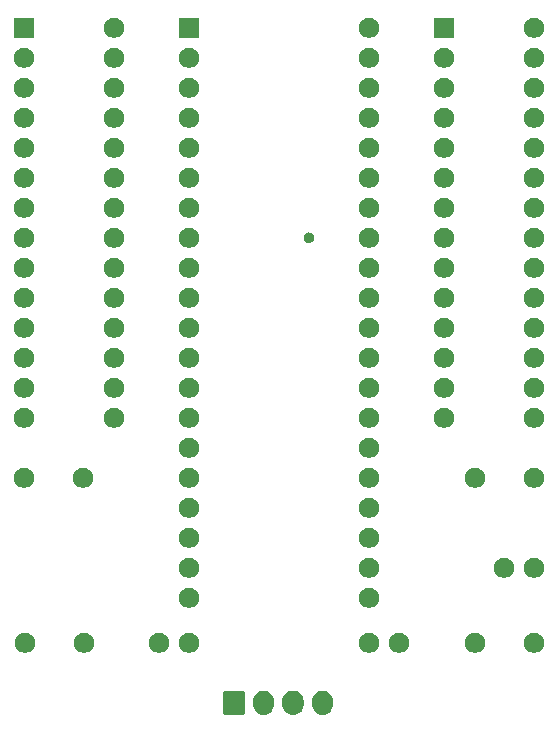
<source format=gbr>
G04 #@! TF.GenerationSoftware,KiCad,Pcbnew,5.1.5+dfsg1-2build2*
G04 #@! TF.CreationDate,2021-09-07T14:08:06+02:00*
G04 #@! TF.ProjectId,Adaptateur_I2C,41646170-7461-4746-9575-725f4932432e,1*
G04 #@! TF.SameCoordinates,Original*
G04 #@! TF.FileFunction,Soldermask,Top*
G04 #@! TF.FilePolarity,Negative*
%FSLAX46Y46*%
G04 Gerber Fmt 4.6, Leading zero omitted, Abs format (unit mm)*
G04 Created by KiCad (PCBNEW 5.1.5+dfsg1-2build2) date 2021-09-07 14:08:06*
%MOMM*%
%LPD*%
G04 APERTURE LIST*
%ADD10C,0.100000*%
G04 APERTURE END LIST*
D10*
G36*
X217226626Y-129797037D02*
G01*
X217396465Y-129848557D01*
X217396467Y-129848558D01*
X217552989Y-129932221D01*
X217690186Y-130044814D01*
X217773448Y-130146271D01*
X217802778Y-130182009D01*
X217886443Y-130338534D01*
X217937963Y-130508373D01*
X217951000Y-130640742D01*
X217951000Y-130979257D01*
X217937963Y-131111626D01*
X217886443Y-131281466D01*
X217802778Y-131437991D01*
X217773448Y-131473729D01*
X217690186Y-131575186D01*
X217595250Y-131653097D01*
X217552991Y-131687778D01*
X217396466Y-131771443D01*
X217226627Y-131822963D01*
X217050000Y-131840359D01*
X216873374Y-131822963D01*
X216703535Y-131771443D01*
X216547010Y-131687778D01*
X216409815Y-131575185D01*
X216297222Y-131437991D01*
X216213557Y-131281466D01*
X216162037Y-131111627D01*
X216149000Y-130979258D01*
X216149000Y-130640743D01*
X216162037Y-130508374D01*
X216213557Y-130338535D01*
X216297222Y-130182010D01*
X216297223Y-130182009D01*
X216409814Y-130044814D01*
X216511271Y-129961552D01*
X216547009Y-129932222D01*
X216703534Y-129848557D01*
X216873373Y-129797037D01*
X217050000Y-129779641D01*
X217226626Y-129797037D01*
G37*
G36*
X214726626Y-129797037D02*
G01*
X214896465Y-129848557D01*
X214896467Y-129848558D01*
X215052989Y-129932221D01*
X215190186Y-130044814D01*
X215273448Y-130146271D01*
X215302778Y-130182009D01*
X215386443Y-130338534D01*
X215437963Y-130508373D01*
X215451000Y-130640742D01*
X215451000Y-130979257D01*
X215437963Y-131111626D01*
X215386443Y-131281466D01*
X215302778Y-131437991D01*
X215273448Y-131473729D01*
X215190186Y-131575186D01*
X215095250Y-131653097D01*
X215052991Y-131687778D01*
X214896466Y-131771443D01*
X214726627Y-131822963D01*
X214550000Y-131840359D01*
X214373374Y-131822963D01*
X214203535Y-131771443D01*
X214047010Y-131687778D01*
X213909815Y-131575185D01*
X213797222Y-131437991D01*
X213713557Y-131281466D01*
X213662037Y-131111627D01*
X213649000Y-130979258D01*
X213649000Y-130640743D01*
X213662037Y-130508374D01*
X213713557Y-130338535D01*
X213797222Y-130182010D01*
X213797223Y-130182009D01*
X213909814Y-130044814D01*
X214011271Y-129961552D01*
X214047009Y-129932222D01*
X214203534Y-129848557D01*
X214373373Y-129797037D01*
X214550000Y-129779641D01*
X214726626Y-129797037D01*
G37*
G36*
X212226626Y-129797037D02*
G01*
X212396465Y-129848557D01*
X212396467Y-129848558D01*
X212552989Y-129932221D01*
X212690186Y-130044814D01*
X212773448Y-130146271D01*
X212802778Y-130182009D01*
X212886443Y-130338534D01*
X212937963Y-130508373D01*
X212951000Y-130640742D01*
X212951000Y-130979257D01*
X212937963Y-131111626D01*
X212886443Y-131281466D01*
X212802778Y-131437991D01*
X212773448Y-131473729D01*
X212690186Y-131575186D01*
X212595250Y-131653097D01*
X212552991Y-131687778D01*
X212396466Y-131771443D01*
X212226627Y-131822963D01*
X212050000Y-131840359D01*
X211873374Y-131822963D01*
X211703535Y-131771443D01*
X211547010Y-131687778D01*
X211409815Y-131575185D01*
X211297222Y-131437991D01*
X211213557Y-131281466D01*
X211162037Y-131111627D01*
X211149000Y-130979258D01*
X211149000Y-130640743D01*
X211162037Y-130508374D01*
X211213557Y-130338535D01*
X211297222Y-130182010D01*
X211297223Y-130182009D01*
X211409814Y-130044814D01*
X211511271Y-129961552D01*
X211547009Y-129932222D01*
X211703534Y-129848557D01*
X211873373Y-129797037D01*
X212050000Y-129779641D01*
X212226626Y-129797037D01*
G37*
G36*
X210308600Y-129787989D02*
G01*
X210341652Y-129798015D01*
X210372103Y-129814292D01*
X210398799Y-129836201D01*
X210420708Y-129862897D01*
X210436985Y-129893348D01*
X210447011Y-129926400D01*
X210451000Y-129966903D01*
X210451000Y-131653097D01*
X210447011Y-131693600D01*
X210436985Y-131726652D01*
X210420708Y-131757103D01*
X210398799Y-131783799D01*
X210372103Y-131805708D01*
X210341652Y-131821985D01*
X210308600Y-131832011D01*
X210268097Y-131836000D01*
X208831903Y-131836000D01*
X208791400Y-131832011D01*
X208758348Y-131821985D01*
X208727897Y-131805708D01*
X208701201Y-131783799D01*
X208679292Y-131757103D01*
X208663015Y-131726652D01*
X208652989Y-131693600D01*
X208649000Y-131653097D01*
X208649000Y-129966903D01*
X208652989Y-129926400D01*
X208663015Y-129893348D01*
X208679292Y-129862897D01*
X208701201Y-129836201D01*
X208727897Y-129814292D01*
X208758348Y-129798015D01*
X208791400Y-129787989D01*
X208831903Y-129784000D01*
X210268097Y-129784000D01*
X210308600Y-129787989D01*
G37*
G36*
X235198228Y-124911703D02*
G01*
X235353100Y-124975853D01*
X235492481Y-125068985D01*
X235611015Y-125187519D01*
X235704147Y-125326900D01*
X235768297Y-125481772D01*
X235801000Y-125646184D01*
X235801000Y-125813816D01*
X235768297Y-125978228D01*
X235704147Y-126133100D01*
X235611015Y-126272481D01*
X235492481Y-126391015D01*
X235353100Y-126484147D01*
X235198228Y-126548297D01*
X235033816Y-126581000D01*
X234866184Y-126581000D01*
X234701772Y-126548297D01*
X234546900Y-126484147D01*
X234407519Y-126391015D01*
X234288985Y-126272481D01*
X234195853Y-126133100D01*
X234131703Y-125978228D01*
X234099000Y-125813816D01*
X234099000Y-125646184D01*
X234131703Y-125481772D01*
X234195853Y-125326900D01*
X234288985Y-125187519D01*
X234407519Y-125068985D01*
X234546900Y-124975853D01*
X234701772Y-124911703D01*
X234866184Y-124879000D01*
X235033816Y-124879000D01*
X235198228Y-124911703D01*
G37*
G36*
X230198228Y-124911703D02*
G01*
X230353100Y-124975853D01*
X230492481Y-125068985D01*
X230611015Y-125187519D01*
X230704147Y-125326900D01*
X230768297Y-125481772D01*
X230801000Y-125646184D01*
X230801000Y-125813816D01*
X230768297Y-125978228D01*
X230704147Y-126133100D01*
X230611015Y-126272481D01*
X230492481Y-126391015D01*
X230353100Y-126484147D01*
X230198228Y-126548297D01*
X230033816Y-126581000D01*
X229866184Y-126581000D01*
X229701772Y-126548297D01*
X229546900Y-126484147D01*
X229407519Y-126391015D01*
X229288985Y-126272481D01*
X229195853Y-126133100D01*
X229131703Y-125978228D01*
X229099000Y-125813816D01*
X229099000Y-125646184D01*
X229131703Y-125481772D01*
X229195853Y-125326900D01*
X229288985Y-125187519D01*
X229407519Y-125068985D01*
X229546900Y-124975853D01*
X229701772Y-124911703D01*
X229866184Y-124879000D01*
X230033816Y-124879000D01*
X230198228Y-124911703D01*
G37*
G36*
X203448228Y-124911703D02*
G01*
X203603100Y-124975853D01*
X203742481Y-125068985D01*
X203861015Y-125187519D01*
X203954147Y-125326900D01*
X204018297Y-125481772D01*
X204051000Y-125646184D01*
X204051000Y-125813816D01*
X204018297Y-125978228D01*
X203954147Y-126133100D01*
X203861015Y-126272481D01*
X203742481Y-126391015D01*
X203603100Y-126484147D01*
X203448228Y-126548297D01*
X203283816Y-126581000D01*
X203116184Y-126581000D01*
X202951772Y-126548297D01*
X202796900Y-126484147D01*
X202657519Y-126391015D01*
X202538985Y-126272481D01*
X202445853Y-126133100D01*
X202381703Y-125978228D01*
X202349000Y-125813816D01*
X202349000Y-125646184D01*
X202381703Y-125481772D01*
X202445853Y-125326900D01*
X202538985Y-125187519D01*
X202657519Y-125068985D01*
X202796900Y-124975853D01*
X202951772Y-124911703D01*
X203116184Y-124879000D01*
X203283816Y-124879000D01*
X203448228Y-124911703D01*
G37*
G36*
X205988228Y-124911703D02*
G01*
X206143100Y-124975853D01*
X206282481Y-125068985D01*
X206401015Y-125187519D01*
X206494147Y-125326900D01*
X206558297Y-125481772D01*
X206591000Y-125646184D01*
X206591000Y-125813816D01*
X206558297Y-125978228D01*
X206494147Y-126133100D01*
X206401015Y-126272481D01*
X206282481Y-126391015D01*
X206143100Y-126484147D01*
X205988228Y-126548297D01*
X205823816Y-126581000D01*
X205656184Y-126581000D01*
X205491772Y-126548297D01*
X205336900Y-126484147D01*
X205197519Y-126391015D01*
X205078985Y-126272481D01*
X204985853Y-126133100D01*
X204921703Y-125978228D01*
X204889000Y-125813816D01*
X204889000Y-125646184D01*
X204921703Y-125481772D01*
X204985853Y-125326900D01*
X205078985Y-125187519D01*
X205197519Y-125068985D01*
X205336900Y-124975853D01*
X205491772Y-124911703D01*
X205656184Y-124879000D01*
X205823816Y-124879000D01*
X205988228Y-124911703D01*
G37*
G36*
X221228228Y-124911703D02*
G01*
X221383100Y-124975853D01*
X221522481Y-125068985D01*
X221641015Y-125187519D01*
X221734147Y-125326900D01*
X221798297Y-125481772D01*
X221831000Y-125646184D01*
X221831000Y-125813816D01*
X221798297Y-125978228D01*
X221734147Y-126133100D01*
X221641015Y-126272481D01*
X221522481Y-126391015D01*
X221383100Y-126484147D01*
X221228228Y-126548297D01*
X221063816Y-126581000D01*
X220896184Y-126581000D01*
X220731772Y-126548297D01*
X220576900Y-126484147D01*
X220437519Y-126391015D01*
X220318985Y-126272481D01*
X220225853Y-126133100D01*
X220161703Y-125978228D01*
X220129000Y-125813816D01*
X220129000Y-125646184D01*
X220161703Y-125481772D01*
X220225853Y-125326900D01*
X220318985Y-125187519D01*
X220437519Y-125068985D01*
X220576900Y-124975853D01*
X220731772Y-124911703D01*
X220896184Y-124879000D01*
X221063816Y-124879000D01*
X221228228Y-124911703D01*
G37*
G36*
X223768228Y-124911703D02*
G01*
X223923100Y-124975853D01*
X224062481Y-125068985D01*
X224181015Y-125187519D01*
X224274147Y-125326900D01*
X224338297Y-125481772D01*
X224371000Y-125646184D01*
X224371000Y-125813816D01*
X224338297Y-125978228D01*
X224274147Y-126133100D01*
X224181015Y-126272481D01*
X224062481Y-126391015D01*
X223923100Y-126484147D01*
X223768228Y-126548297D01*
X223603816Y-126581000D01*
X223436184Y-126581000D01*
X223271772Y-126548297D01*
X223116900Y-126484147D01*
X222977519Y-126391015D01*
X222858985Y-126272481D01*
X222765853Y-126133100D01*
X222701703Y-125978228D01*
X222669000Y-125813816D01*
X222669000Y-125646184D01*
X222701703Y-125481772D01*
X222765853Y-125326900D01*
X222858985Y-125187519D01*
X222977519Y-125068985D01*
X223116900Y-124975853D01*
X223271772Y-124911703D01*
X223436184Y-124879000D01*
X223603816Y-124879000D01*
X223768228Y-124911703D01*
G37*
G36*
X197098228Y-124911703D02*
G01*
X197253100Y-124975853D01*
X197392481Y-125068985D01*
X197511015Y-125187519D01*
X197604147Y-125326900D01*
X197668297Y-125481772D01*
X197701000Y-125646184D01*
X197701000Y-125813816D01*
X197668297Y-125978228D01*
X197604147Y-126133100D01*
X197511015Y-126272481D01*
X197392481Y-126391015D01*
X197253100Y-126484147D01*
X197098228Y-126548297D01*
X196933816Y-126581000D01*
X196766184Y-126581000D01*
X196601772Y-126548297D01*
X196446900Y-126484147D01*
X196307519Y-126391015D01*
X196188985Y-126272481D01*
X196095853Y-126133100D01*
X196031703Y-125978228D01*
X195999000Y-125813816D01*
X195999000Y-125646184D01*
X196031703Y-125481772D01*
X196095853Y-125326900D01*
X196188985Y-125187519D01*
X196307519Y-125068985D01*
X196446900Y-124975853D01*
X196601772Y-124911703D01*
X196766184Y-124879000D01*
X196933816Y-124879000D01*
X197098228Y-124911703D01*
G37*
G36*
X192098228Y-124911703D02*
G01*
X192253100Y-124975853D01*
X192392481Y-125068985D01*
X192511015Y-125187519D01*
X192604147Y-125326900D01*
X192668297Y-125481772D01*
X192701000Y-125646184D01*
X192701000Y-125813816D01*
X192668297Y-125978228D01*
X192604147Y-126133100D01*
X192511015Y-126272481D01*
X192392481Y-126391015D01*
X192253100Y-126484147D01*
X192098228Y-126548297D01*
X191933816Y-126581000D01*
X191766184Y-126581000D01*
X191601772Y-126548297D01*
X191446900Y-126484147D01*
X191307519Y-126391015D01*
X191188985Y-126272481D01*
X191095853Y-126133100D01*
X191031703Y-125978228D01*
X190999000Y-125813816D01*
X190999000Y-125646184D01*
X191031703Y-125481772D01*
X191095853Y-125326900D01*
X191188985Y-125187519D01*
X191307519Y-125068985D01*
X191446900Y-124975853D01*
X191601772Y-124911703D01*
X191766184Y-124879000D01*
X191933816Y-124879000D01*
X192098228Y-124911703D01*
G37*
G36*
X205988228Y-121101703D02*
G01*
X206143100Y-121165853D01*
X206282481Y-121258985D01*
X206401015Y-121377519D01*
X206494147Y-121516900D01*
X206558297Y-121671772D01*
X206591000Y-121836184D01*
X206591000Y-122003816D01*
X206558297Y-122168228D01*
X206494147Y-122323100D01*
X206401015Y-122462481D01*
X206282481Y-122581015D01*
X206143100Y-122674147D01*
X205988228Y-122738297D01*
X205823816Y-122771000D01*
X205656184Y-122771000D01*
X205491772Y-122738297D01*
X205336900Y-122674147D01*
X205197519Y-122581015D01*
X205078985Y-122462481D01*
X204985853Y-122323100D01*
X204921703Y-122168228D01*
X204889000Y-122003816D01*
X204889000Y-121836184D01*
X204921703Y-121671772D01*
X204985853Y-121516900D01*
X205078985Y-121377519D01*
X205197519Y-121258985D01*
X205336900Y-121165853D01*
X205491772Y-121101703D01*
X205656184Y-121069000D01*
X205823816Y-121069000D01*
X205988228Y-121101703D01*
G37*
G36*
X221228228Y-121101703D02*
G01*
X221383100Y-121165853D01*
X221522481Y-121258985D01*
X221641015Y-121377519D01*
X221734147Y-121516900D01*
X221798297Y-121671772D01*
X221831000Y-121836184D01*
X221831000Y-122003816D01*
X221798297Y-122168228D01*
X221734147Y-122323100D01*
X221641015Y-122462481D01*
X221522481Y-122581015D01*
X221383100Y-122674147D01*
X221228228Y-122738297D01*
X221063816Y-122771000D01*
X220896184Y-122771000D01*
X220731772Y-122738297D01*
X220576900Y-122674147D01*
X220437519Y-122581015D01*
X220318985Y-122462481D01*
X220225853Y-122323100D01*
X220161703Y-122168228D01*
X220129000Y-122003816D01*
X220129000Y-121836184D01*
X220161703Y-121671772D01*
X220225853Y-121516900D01*
X220318985Y-121377519D01*
X220437519Y-121258985D01*
X220576900Y-121165853D01*
X220731772Y-121101703D01*
X220896184Y-121069000D01*
X221063816Y-121069000D01*
X221228228Y-121101703D01*
G37*
G36*
X232658228Y-118561703D02*
G01*
X232813100Y-118625853D01*
X232952481Y-118718985D01*
X233071015Y-118837519D01*
X233164147Y-118976900D01*
X233228297Y-119131772D01*
X233261000Y-119296184D01*
X233261000Y-119463816D01*
X233228297Y-119628228D01*
X233164147Y-119783100D01*
X233071015Y-119922481D01*
X232952481Y-120041015D01*
X232813100Y-120134147D01*
X232658228Y-120198297D01*
X232493816Y-120231000D01*
X232326184Y-120231000D01*
X232161772Y-120198297D01*
X232006900Y-120134147D01*
X231867519Y-120041015D01*
X231748985Y-119922481D01*
X231655853Y-119783100D01*
X231591703Y-119628228D01*
X231559000Y-119463816D01*
X231559000Y-119296184D01*
X231591703Y-119131772D01*
X231655853Y-118976900D01*
X231748985Y-118837519D01*
X231867519Y-118718985D01*
X232006900Y-118625853D01*
X232161772Y-118561703D01*
X232326184Y-118529000D01*
X232493816Y-118529000D01*
X232658228Y-118561703D01*
G37*
G36*
X235198228Y-118561703D02*
G01*
X235353100Y-118625853D01*
X235492481Y-118718985D01*
X235611015Y-118837519D01*
X235704147Y-118976900D01*
X235768297Y-119131772D01*
X235801000Y-119296184D01*
X235801000Y-119463816D01*
X235768297Y-119628228D01*
X235704147Y-119783100D01*
X235611015Y-119922481D01*
X235492481Y-120041015D01*
X235353100Y-120134147D01*
X235198228Y-120198297D01*
X235033816Y-120231000D01*
X234866184Y-120231000D01*
X234701772Y-120198297D01*
X234546900Y-120134147D01*
X234407519Y-120041015D01*
X234288985Y-119922481D01*
X234195853Y-119783100D01*
X234131703Y-119628228D01*
X234099000Y-119463816D01*
X234099000Y-119296184D01*
X234131703Y-119131772D01*
X234195853Y-118976900D01*
X234288985Y-118837519D01*
X234407519Y-118718985D01*
X234546900Y-118625853D01*
X234701772Y-118561703D01*
X234866184Y-118529000D01*
X235033816Y-118529000D01*
X235198228Y-118561703D01*
G37*
G36*
X205988228Y-118561703D02*
G01*
X206143100Y-118625853D01*
X206282481Y-118718985D01*
X206401015Y-118837519D01*
X206494147Y-118976900D01*
X206558297Y-119131772D01*
X206591000Y-119296184D01*
X206591000Y-119463816D01*
X206558297Y-119628228D01*
X206494147Y-119783100D01*
X206401015Y-119922481D01*
X206282481Y-120041015D01*
X206143100Y-120134147D01*
X205988228Y-120198297D01*
X205823816Y-120231000D01*
X205656184Y-120231000D01*
X205491772Y-120198297D01*
X205336900Y-120134147D01*
X205197519Y-120041015D01*
X205078985Y-119922481D01*
X204985853Y-119783100D01*
X204921703Y-119628228D01*
X204889000Y-119463816D01*
X204889000Y-119296184D01*
X204921703Y-119131772D01*
X204985853Y-118976900D01*
X205078985Y-118837519D01*
X205197519Y-118718985D01*
X205336900Y-118625853D01*
X205491772Y-118561703D01*
X205656184Y-118529000D01*
X205823816Y-118529000D01*
X205988228Y-118561703D01*
G37*
G36*
X221228228Y-118561703D02*
G01*
X221383100Y-118625853D01*
X221522481Y-118718985D01*
X221641015Y-118837519D01*
X221734147Y-118976900D01*
X221798297Y-119131772D01*
X221831000Y-119296184D01*
X221831000Y-119463816D01*
X221798297Y-119628228D01*
X221734147Y-119783100D01*
X221641015Y-119922481D01*
X221522481Y-120041015D01*
X221383100Y-120134147D01*
X221228228Y-120198297D01*
X221063816Y-120231000D01*
X220896184Y-120231000D01*
X220731772Y-120198297D01*
X220576900Y-120134147D01*
X220437519Y-120041015D01*
X220318985Y-119922481D01*
X220225853Y-119783100D01*
X220161703Y-119628228D01*
X220129000Y-119463816D01*
X220129000Y-119296184D01*
X220161703Y-119131772D01*
X220225853Y-118976900D01*
X220318985Y-118837519D01*
X220437519Y-118718985D01*
X220576900Y-118625853D01*
X220731772Y-118561703D01*
X220896184Y-118529000D01*
X221063816Y-118529000D01*
X221228228Y-118561703D01*
G37*
G36*
X221228228Y-116021703D02*
G01*
X221383100Y-116085853D01*
X221522481Y-116178985D01*
X221641015Y-116297519D01*
X221734147Y-116436900D01*
X221798297Y-116591772D01*
X221831000Y-116756184D01*
X221831000Y-116923816D01*
X221798297Y-117088228D01*
X221734147Y-117243100D01*
X221641015Y-117382481D01*
X221522481Y-117501015D01*
X221383100Y-117594147D01*
X221228228Y-117658297D01*
X221063816Y-117691000D01*
X220896184Y-117691000D01*
X220731772Y-117658297D01*
X220576900Y-117594147D01*
X220437519Y-117501015D01*
X220318985Y-117382481D01*
X220225853Y-117243100D01*
X220161703Y-117088228D01*
X220129000Y-116923816D01*
X220129000Y-116756184D01*
X220161703Y-116591772D01*
X220225853Y-116436900D01*
X220318985Y-116297519D01*
X220437519Y-116178985D01*
X220576900Y-116085853D01*
X220731772Y-116021703D01*
X220896184Y-115989000D01*
X221063816Y-115989000D01*
X221228228Y-116021703D01*
G37*
G36*
X205988228Y-116021703D02*
G01*
X206143100Y-116085853D01*
X206282481Y-116178985D01*
X206401015Y-116297519D01*
X206494147Y-116436900D01*
X206558297Y-116591772D01*
X206591000Y-116756184D01*
X206591000Y-116923816D01*
X206558297Y-117088228D01*
X206494147Y-117243100D01*
X206401015Y-117382481D01*
X206282481Y-117501015D01*
X206143100Y-117594147D01*
X205988228Y-117658297D01*
X205823816Y-117691000D01*
X205656184Y-117691000D01*
X205491772Y-117658297D01*
X205336900Y-117594147D01*
X205197519Y-117501015D01*
X205078985Y-117382481D01*
X204985853Y-117243100D01*
X204921703Y-117088228D01*
X204889000Y-116923816D01*
X204889000Y-116756184D01*
X204921703Y-116591772D01*
X204985853Y-116436900D01*
X205078985Y-116297519D01*
X205197519Y-116178985D01*
X205336900Y-116085853D01*
X205491772Y-116021703D01*
X205656184Y-115989000D01*
X205823816Y-115989000D01*
X205988228Y-116021703D01*
G37*
G36*
X205988228Y-113481703D02*
G01*
X206143100Y-113545853D01*
X206282481Y-113638985D01*
X206401015Y-113757519D01*
X206494147Y-113896900D01*
X206558297Y-114051772D01*
X206591000Y-114216184D01*
X206591000Y-114383816D01*
X206558297Y-114548228D01*
X206494147Y-114703100D01*
X206401015Y-114842481D01*
X206282481Y-114961015D01*
X206143100Y-115054147D01*
X205988228Y-115118297D01*
X205823816Y-115151000D01*
X205656184Y-115151000D01*
X205491772Y-115118297D01*
X205336900Y-115054147D01*
X205197519Y-114961015D01*
X205078985Y-114842481D01*
X204985853Y-114703100D01*
X204921703Y-114548228D01*
X204889000Y-114383816D01*
X204889000Y-114216184D01*
X204921703Y-114051772D01*
X204985853Y-113896900D01*
X205078985Y-113757519D01*
X205197519Y-113638985D01*
X205336900Y-113545853D01*
X205491772Y-113481703D01*
X205656184Y-113449000D01*
X205823816Y-113449000D01*
X205988228Y-113481703D01*
G37*
G36*
X221228228Y-113481703D02*
G01*
X221383100Y-113545853D01*
X221522481Y-113638985D01*
X221641015Y-113757519D01*
X221734147Y-113896900D01*
X221798297Y-114051772D01*
X221831000Y-114216184D01*
X221831000Y-114383816D01*
X221798297Y-114548228D01*
X221734147Y-114703100D01*
X221641015Y-114842481D01*
X221522481Y-114961015D01*
X221383100Y-115054147D01*
X221228228Y-115118297D01*
X221063816Y-115151000D01*
X220896184Y-115151000D01*
X220731772Y-115118297D01*
X220576900Y-115054147D01*
X220437519Y-114961015D01*
X220318985Y-114842481D01*
X220225853Y-114703100D01*
X220161703Y-114548228D01*
X220129000Y-114383816D01*
X220129000Y-114216184D01*
X220161703Y-114051772D01*
X220225853Y-113896900D01*
X220318985Y-113757519D01*
X220437519Y-113638985D01*
X220576900Y-113545853D01*
X220731772Y-113481703D01*
X220896184Y-113449000D01*
X221063816Y-113449000D01*
X221228228Y-113481703D01*
G37*
G36*
X192018228Y-110941703D02*
G01*
X192173100Y-111005853D01*
X192312481Y-111098985D01*
X192431015Y-111217519D01*
X192524147Y-111356900D01*
X192588297Y-111511772D01*
X192621000Y-111676184D01*
X192621000Y-111843816D01*
X192588297Y-112008228D01*
X192524147Y-112163100D01*
X192431015Y-112302481D01*
X192312481Y-112421015D01*
X192173100Y-112514147D01*
X192018228Y-112578297D01*
X191853816Y-112611000D01*
X191686184Y-112611000D01*
X191521772Y-112578297D01*
X191366900Y-112514147D01*
X191227519Y-112421015D01*
X191108985Y-112302481D01*
X191015853Y-112163100D01*
X190951703Y-112008228D01*
X190919000Y-111843816D01*
X190919000Y-111676184D01*
X190951703Y-111511772D01*
X191015853Y-111356900D01*
X191108985Y-111217519D01*
X191227519Y-111098985D01*
X191366900Y-111005853D01*
X191521772Y-110941703D01*
X191686184Y-110909000D01*
X191853816Y-110909000D01*
X192018228Y-110941703D01*
G37*
G36*
X205988228Y-110941703D02*
G01*
X206143100Y-111005853D01*
X206282481Y-111098985D01*
X206401015Y-111217519D01*
X206494147Y-111356900D01*
X206558297Y-111511772D01*
X206591000Y-111676184D01*
X206591000Y-111843816D01*
X206558297Y-112008228D01*
X206494147Y-112163100D01*
X206401015Y-112302481D01*
X206282481Y-112421015D01*
X206143100Y-112514147D01*
X205988228Y-112578297D01*
X205823816Y-112611000D01*
X205656184Y-112611000D01*
X205491772Y-112578297D01*
X205336900Y-112514147D01*
X205197519Y-112421015D01*
X205078985Y-112302481D01*
X204985853Y-112163100D01*
X204921703Y-112008228D01*
X204889000Y-111843816D01*
X204889000Y-111676184D01*
X204921703Y-111511772D01*
X204985853Y-111356900D01*
X205078985Y-111217519D01*
X205197519Y-111098985D01*
X205336900Y-111005853D01*
X205491772Y-110941703D01*
X205656184Y-110909000D01*
X205823816Y-110909000D01*
X205988228Y-110941703D01*
G37*
G36*
X230198228Y-110941703D02*
G01*
X230353100Y-111005853D01*
X230492481Y-111098985D01*
X230611015Y-111217519D01*
X230704147Y-111356900D01*
X230768297Y-111511772D01*
X230801000Y-111676184D01*
X230801000Y-111843816D01*
X230768297Y-112008228D01*
X230704147Y-112163100D01*
X230611015Y-112302481D01*
X230492481Y-112421015D01*
X230353100Y-112514147D01*
X230198228Y-112578297D01*
X230033816Y-112611000D01*
X229866184Y-112611000D01*
X229701772Y-112578297D01*
X229546900Y-112514147D01*
X229407519Y-112421015D01*
X229288985Y-112302481D01*
X229195853Y-112163100D01*
X229131703Y-112008228D01*
X229099000Y-111843816D01*
X229099000Y-111676184D01*
X229131703Y-111511772D01*
X229195853Y-111356900D01*
X229288985Y-111217519D01*
X229407519Y-111098985D01*
X229546900Y-111005853D01*
X229701772Y-110941703D01*
X229866184Y-110909000D01*
X230033816Y-110909000D01*
X230198228Y-110941703D01*
G37*
G36*
X235198228Y-110941703D02*
G01*
X235353100Y-111005853D01*
X235492481Y-111098985D01*
X235611015Y-111217519D01*
X235704147Y-111356900D01*
X235768297Y-111511772D01*
X235801000Y-111676184D01*
X235801000Y-111843816D01*
X235768297Y-112008228D01*
X235704147Y-112163100D01*
X235611015Y-112302481D01*
X235492481Y-112421015D01*
X235353100Y-112514147D01*
X235198228Y-112578297D01*
X235033816Y-112611000D01*
X234866184Y-112611000D01*
X234701772Y-112578297D01*
X234546900Y-112514147D01*
X234407519Y-112421015D01*
X234288985Y-112302481D01*
X234195853Y-112163100D01*
X234131703Y-112008228D01*
X234099000Y-111843816D01*
X234099000Y-111676184D01*
X234131703Y-111511772D01*
X234195853Y-111356900D01*
X234288985Y-111217519D01*
X234407519Y-111098985D01*
X234546900Y-111005853D01*
X234701772Y-110941703D01*
X234866184Y-110909000D01*
X235033816Y-110909000D01*
X235198228Y-110941703D01*
G37*
G36*
X197018228Y-110941703D02*
G01*
X197173100Y-111005853D01*
X197312481Y-111098985D01*
X197431015Y-111217519D01*
X197524147Y-111356900D01*
X197588297Y-111511772D01*
X197621000Y-111676184D01*
X197621000Y-111843816D01*
X197588297Y-112008228D01*
X197524147Y-112163100D01*
X197431015Y-112302481D01*
X197312481Y-112421015D01*
X197173100Y-112514147D01*
X197018228Y-112578297D01*
X196853816Y-112611000D01*
X196686184Y-112611000D01*
X196521772Y-112578297D01*
X196366900Y-112514147D01*
X196227519Y-112421015D01*
X196108985Y-112302481D01*
X196015853Y-112163100D01*
X195951703Y-112008228D01*
X195919000Y-111843816D01*
X195919000Y-111676184D01*
X195951703Y-111511772D01*
X196015853Y-111356900D01*
X196108985Y-111217519D01*
X196227519Y-111098985D01*
X196366900Y-111005853D01*
X196521772Y-110941703D01*
X196686184Y-110909000D01*
X196853816Y-110909000D01*
X197018228Y-110941703D01*
G37*
G36*
X221228228Y-110941703D02*
G01*
X221383100Y-111005853D01*
X221522481Y-111098985D01*
X221641015Y-111217519D01*
X221734147Y-111356900D01*
X221798297Y-111511772D01*
X221831000Y-111676184D01*
X221831000Y-111843816D01*
X221798297Y-112008228D01*
X221734147Y-112163100D01*
X221641015Y-112302481D01*
X221522481Y-112421015D01*
X221383100Y-112514147D01*
X221228228Y-112578297D01*
X221063816Y-112611000D01*
X220896184Y-112611000D01*
X220731772Y-112578297D01*
X220576900Y-112514147D01*
X220437519Y-112421015D01*
X220318985Y-112302481D01*
X220225853Y-112163100D01*
X220161703Y-112008228D01*
X220129000Y-111843816D01*
X220129000Y-111676184D01*
X220161703Y-111511772D01*
X220225853Y-111356900D01*
X220318985Y-111217519D01*
X220437519Y-111098985D01*
X220576900Y-111005853D01*
X220731772Y-110941703D01*
X220896184Y-110909000D01*
X221063816Y-110909000D01*
X221228228Y-110941703D01*
G37*
G36*
X221228228Y-108401703D02*
G01*
X221383100Y-108465853D01*
X221522481Y-108558985D01*
X221641015Y-108677519D01*
X221734147Y-108816900D01*
X221798297Y-108971772D01*
X221831000Y-109136184D01*
X221831000Y-109303816D01*
X221798297Y-109468228D01*
X221734147Y-109623100D01*
X221641015Y-109762481D01*
X221522481Y-109881015D01*
X221383100Y-109974147D01*
X221228228Y-110038297D01*
X221063816Y-110071000D01*
X220896184Y-110071000D01*
X220731772Y-110038297D01*
X220576900Y-109974147D01*
X220437519Y-109881015D01*
X220318985Y-109762481D01*
X220225853Y-109623100D01*
X220161703Y-109468228D01*
X220129000Y-109303816D01*
X220129000Y-109136184D01*
X220161703Y-108971772D01*
X220225853Y-108816900D01*
X220318985Y-108677519D01*
X220437519Y-108558985D01*
X220576900Y-108465853D01*
X220731772Y-108401703D01*
X220896184Y-108369000D01*
X221063816Y-108369000D01*
X221228228Y-108401703D01*
G37*
G36*
X205988228Y-108401703D02*
G01*
X206143100Y-108465853D01*
X206282481Y-108558985D01*
X206401015Y-108677519D01*
X206494147Y-108816900D01*
X206558297Y-108971772D01*
X206591000Y-109136184D01*
X206591000Y-109303816D01*
X206558297Y-109468228D01*
X206494147Y-109623100D01*
X206401015Y-109762481D01*
X206282481Y-109881015D01*
X206143100Y-109974147D01*
X205988228Y-110038297D01*
X205823816Y-110071000D01*
X205656184Y-110071000D01*
X205491772Y-110038297D01*
X205336900Y-109974147D01*
X205197519Y-109881015D01*
X205078985Y-109762481D01*
X204985853Y-109623100D01*
X204921703Y-109468228D01*
X204889000Y-109303816D01*
X204889000Y-109136184D01*
X204921703Y-108971772D01*
X204985853Y-108816900D01*
X205078985Y-108677519D01*
X205197519Y-108558985D01*
X205336900Y-108465853D01*
X205491772Y-108401703D01*
X205656184Y-108369000D01*
X205823816Y-108369000D01*
X205988228Y-108401703D01*
G37*
G36*
X199638228Y-105861703D02*
G01*
X199793100Y-105925853D01*
X199932481Y-106018985D01*
X200051015Y-106137519D01*
X200144147Y-106276900D01*
X200208297Y-106431772D01*
X200241000Y-106596184D01*
X200241000Y-106763816D01*
X200208297Y-106928228D01*
X200144147Y-107083100D01*
X200051015Y-107222481D01*
X199932481Y-107341015D01*
X199793100Y-107434147D01*
X199638228Y-107498297D01*
X199473816Y-107531000D01*
X199306184Y-107531000D01*
X199141772Y-107498297D01*
X198986900Y-107434147D01*
X198847519Y-107341015D01*
X198728985Y-107222481D01*
X198635853Y-107083100D01*
X198571703Y-106928228D01*
X198539000Y-106763816D01*
X198539000Y-106596184D01*
X198571703Y-106431772D01*
X198635853Y-106276900D01*
X198728985Y-106137519D01*
X198847519Y-106018985D01*
X198986900Y-105925853D01*
X199141772Y-105861703D01*
X199306184Y-105829000D01*
X199473816Y-105829000D01*
X199638228Y-105861703D01*
G37*
G36*
X221228228Y-105861703D02*
G01*
X221383100Y-105925853D01*
X221522481Y-106018985D01*
X221641015Y-106137519D01*
X221734147Y-106276900D01*
X221798297Y-106431772D01*
X221831000Y-106596184D01*
X221831000Y-106763816D01*
X221798297Y-106928228D01*
X221734147Y-107083100D01*
X221641015Y-107222481D01*
X221522481Y-107341015D01*
X221383100Y-107434147D01*
X221228228Y-107498297D01*
X221063816Y-107531000D01*
X220896184Y-107531000D01*
X220731772Y-107498297D01*
X220576900Y-107434147D01*
X220437519Y-107341015D01*
X220318985Y-107222481D01*
X220225853Y-107083100D01*
X220161703Y-106928228D01*
X220129000Y-106763816D01*
X220129000Y-106596184D01*
X220161703Y-106431772D01*
X220225853Y-106276900D01*
X220318985Y-106137519D01*
X220437519Y-106018985D01*
X220576900Y-105925853D01*
X220731772Y-105861703D01*
X220896184Y-105829000D01*
X221063816Y-105829000D01*
X221228228Y-105861703D01*
G37*
G36*
X235198228Y-105861703D02*
G01*
X235353100Y-105925853D01*
X235492481Y-106018985D01*
X235611015Y-106137519D01*
X235704147Y-106276900D01*
X235768297Y-106431772D01*
X235801000Y-106596184D01*
X235801000Y-106763816D01*
X235768297Y-106928228D01*
X235704147Y-107083100D01*
X235611015Y-107222481D01*
X235492481Y-107341015D01*
X235353100Y-107434147D01*
X235198228Y-107498297D01*
X235033816Y-107531000D01*
X234866184Y-107531000D01*
X234701772Y-107498297D01*
X234546900Y-107434147D01*
X234407519Y-107341015D01*
X234288985Y-107222481D01*
X234195853Y-107083100D01*
X234131703Y-106928228D01*
X234099000Y-106763816D01*
X234099000Y-106596184D01*
X234131703Y-106431772D01*
X234195853Y-106276900D01*
X234288985Y-106137519D01*
X234407519Y-106018985D01*
X234546900Y-105925853D01*
X234701772Y-105861703D01*
X234866184Y-105829000D01*
X235033816Y-105829000D01*
X235198228Y-105861703D01*
G37*
G36*
X227578228Y-105861703D02*
G01*
X227733100Y-105925853D01*
X227872481Y-106018985D01*
X227991015Y-106137519D01*
X228084147Y-106276900D01*
X228148297Y-106431772D01*
X228181000Y-106596184D01*
X228181000Y-106763816D01*
X228148297Y-106928228D01*
X228084147Y-107083100D01*
X227991015Y-107222481D01*
X227872481Y-107341015D01*
X227733100Y-107434147D01*
X227578228Y-107498297D01*
X227413816Y-107531000D01*
X227246184Y-107531000D01*
X227081772Y-107498297D01*
X226926900Y-107434147D01*
X226787519Y-107341015D01*
X226668985Y-107222481D01*
X226575853Y-107083100D01*
X226511703Y-106928228D01*
X226479000Y-106763816D01*
X226479000Y-106596184D01*
X226511703Y-106431772D01*
X226575853Y-106276900D01*
X226668985Y-106137519D01*
X226787519Y-106018985D01*
X226926900Y-105925853D01*
X227081772Y-105861703D01*
X227246184Y-105829000D01*
X227413816Y-105829000D01*
X227578228Y-105861703D01*
G37*
G36*
X205988228Y-105861703D02*
G01*
X206143100Y-105925853D01*
X206282481Y-106018985D01*
X206401015Y-106137519D01*
X206494147Y-106276900D01*
X206558297Y-106431772D01*
X206591000Y-106596184D01*
X206591000Y-106763816D01*
X206558297Y-106928228D01*
X206494147Y-107083100D01*
X206401015Y-107222481D01*
X206282481Y-107341015D01*
X206143100Y-107434147D01*
X205988228Y-107498297D01*
X205823816Y-107531000D01*
X205656184Y-107531000D01*
X205491772Y-107498297D01*
X205336900Y-107434147D01*
X205197519Y-107341015D01*
X205078985Y-107222481D01*
X204985853Y-107083100D01*
X204921703Y-106928228D01*
X204889000Y-106763816D01*
X204889000Y-106596184D01*
X204921703Y-106431772D01*
X204985853Y-106276900D01*
X205078985Y-106137519D01*
X205197519Y-106018985D01*
X205336900Y-105925853D01*
X205491772Y-105861703D01*
X205656184Y-105829000D01*
X205823816Y-105829000D01*
X205988228Y-105861703D01*
G37*
G36*
X192018228Y-105861703D02*
G01*
X192173100Y-105925853D01*
X192312481Y-106018985D01*
X192431015Y-106137519D01*
X192524147Y-106276900D01*
X192588297Y-106431772D01*
X192621000Y-106596184D01*
X192621000Y-106763816D01*
X192588297Y-106928228D01*
X192524147Y-107083100D01*
X192431015Y-107222481D01*
X192312481Y-107341015D01*
X192173100Y-107434147D01*
X192018228Y-107498297D01*
X191853816Y-107531000D01*
X191686184Y-107531000D01*
X191521772Y-107498297D01*
X191366900Y-107434147D01*
X191227519Y-107341015D01*
X191108985Y-107222481D01*
X191015853Y-107083100D01*
X190951703Y-106928228D01*
X190919000Y-106763816D01*
X190919000Y-106596184D01*
X190951703Y-106431772D01*
X191015853Y-106276900D01*
X191108985Y-106137519D01*
X191227519Y-106018985D01*
X191366900Y-105925853D01*
X191521772Y-105861703D01*
X191686184Y-105829000D01*
X191853816Y-105829000D01*
X192018228Y-105861703D01*
G37*
G36*
X227578228Y-103321703D02*
G01*
X227733100Y-103385853D01*
X227872481Y-103478985D01*
X227991015Y-103597519D01*
X228084147Y-103736900D01*
X228148297Y-103891772D01*
X228181000Y-104056184D01*
X228181000Y-104223816D01*
X228148297Y-104388228D01*
X228084147Y-104543100D01*
X227991015Y-104682481D01*
X227872481Y-104801015D01*
X227733100Y-104894147D01*
X227578228Y-104958297D01*
X227413816Y-104991000D01*
X227246184Y-104991000D01*
X227081772Y-104958297D01*
X226926900Y-104894147D01*
X226787519Y-104801015D01*
X226668985Y-104682481D01*
X226575853Y-104543100D01*
X226511703Y-104388228D01*
X226479000Y-104223816D01*
X226479000Y-104056184D01*
X226511703Y-103891772D01*
X226575853Y-103736900D01*
X226668985Y-103597519D01*
X226787519Y-103478985D01*
X226926900Y-103385853D01*
X227081772Y-103321703D01*
X227246184Y-103289000D01*
X227413816Y-103289000D01*
X227578228Y-103321703D01*
G37*
G36*
X221228228Y-103321703D02*
G01*
X221383100Y-103385853D01*
X221522481Y-103478985D01*
X221641015Y-103597519D01*
X221734147Y-103736900D01*
X221798297Y-103891772D01*
X221831000Y-104056184D01*
X221831000Y-104223816D01*
X221798297Y-104388228D01*
X221734147Y-104543100D01*
X221641015Y-104682481D01*
X221522481Y-104801015D01*
X221383100Y-104894147D01*
X221228228Y-104958297D01*
X221063816Y-104991000D01*
X220896184Y-104991000D01*
X220731772Y-104958297D01*
X220576900Y-104894147D01*
X220437519Y-104801015D01*
X220318985Y-104682481D01*
X220225853Y-104543100D01*
X220161703Y-104388228D01*
X220129000Y-104223816D01*
X220129000Y-104056184D01*
X220161703Y-103891772D01*
X220225853Y-103736900D01*
X220318985Y-103597519D01*
X220437519Y-103478985D01*
X220576900Y-103385853D01*
X220731772Y-103321703D01*
X220896184Y-103289000D01*
X221063816Y-103289000D01*
X221228228Y-103321703D01*
G37*
G36*
X205988228Y-103321703D02*
G01*
X206143100Y-103385853D01*
X206282481Y-103478985D01*
X206401015Y-103597519D01*
X206494147Y-103736900D01*
X206558297Y-103891772D01*
X206591000Y-104056184D01*
X206591000Y-104223816D01*
X206558297Y-104388228D01*
X206494147Y-104543100D01*
X206401015Y-104682481D01*
X206282481Y-104801015D01*
X206143100Y-104894147D01*
X205988228Y-104958297D01*
X205823816Y-104991000D01*
X205656184Y-104991000D01*
X205491772Y-104958297D01*
X205336900Y-104894147D01*
X205197519Y-104801015D01*
X205078985Y-104682481D01*
X204985853Y-104543100D01*
X204921703Y-104388228D01*
X204889000Y-104223816D01*
X204889000Y-104056184D01*
X204921703Y-103891772D01*
X204985853Y-103736900D01*
X205078985Y-103597519D01*
X205197519Y-103478985D01*
X205336900Y-103385853D01*
X205491772Y-103321703D01*
X205656184Y-103289000D01*
X205823816Y-103289000D01*
X205988228Y-103321703D01*
G37*
G36*
X199638228Y-103321703D02*
G01*
X199793100Y-103385853D01*
X199932481Y-103478985D01*
X200051015Y-103597519D01*
X200144147Y-103736900D01*
X200208297Y-103891772D01*
X200241000Y-104056184D01*
X200241000Y-104223816D01*
X200208297Y-104388228D01*
X200144147Y-104543100D01*
X200051015Y-104682481D01*
X199932481Y-104801015D01*
X199793100Y-104894147D01*
X199638228Y-104958297D01*
X199473816Y-104991000D01*
X199306184Y-104991000D01*
X199141772Y-104958297D01*
X198986900Y-104894147D01*
X198847519Y-104801015D01*
X198728985Y-104682481D01*
X198635853Y-104543100D01*
X198571703Y-104388228D01*
X198539000Y-104223816D01*
X198539000Y-104056184D01*
X198571703Y-103891772D01*
X198635853Y-103736900D01*
X198728985Y-103597519D01*
X198847519Y-103478985D01*
X198986900Y-103385853D01*
X199141772Y-103321703D01*
X199306184Y-103289000D01*
X199473816Y-103289000D01*
X199638228Y-103321703D01*
G37*
G36*
X192018228Y-103321703D02*
G01*
X192173100Y-103385853D01*
X192312481Y-103478985D01*
X192431015Y-103597519D01*
X192524147Y-103736900D01*
X192588297Y-103891772D01*
X192621000Y-104056184D01*
X192621000Y-104223816D01*
X192588297Y-104388228D01*
X192524147Y-104543100D01*
X192431015Y-104682481D01*
X192312481Y-104801015D01*
X192173100Y-104894147D01*
X192018228Y-104958297D01*
X191853816Y-104991000D01*
X191686184Y-104991000D01*
X191521772Y-104958297D01*
X191366900Y-104894147D01*
X191227519Y-104801015D01*
X191108985Y-104682481D01*
X191015853Y-104543100D01*
X190951703Y-104388228D01*
X190919000Y-104223816D01*
X190919000Y-104056184D01*
X190951703Y-103891772D01*
X191015853Y-103736900D01*
X191108985Y-103597519D01*
X191227519Y-103478985D01*
X191366900Y-103385853D01*
X191521772Y-103321703D01*
X191686184Y-103289000D01*
X191853816Y-103289000D01*
X192018228Y-103321703D01*
G37*
G36*
X235198228Y-103321703D02*
G01*
X235353100Y-103385853D01*
X235492481Y-103478985D01*
X235611015Y-103597519D01*
X235704147Y-103736900D01*
X235768297Y-103891772D01*
X235801000Y-104056184D01*
X235801000Y-104223816D01*
X235768297Y-104388228D01*
X235704147Y-104543100D01*
X235611015Y-104682481D01*
X235492481Y-104801015D01*
X235353100Y-104894147D01*
X235198228Y-104958297D01*
X235033816Y-104991000D01*
X234866184Y-104991000D01*
X234701772Y-104958297D01*
X234546900Y-104894147D01*
X234407519Y-104801015D01*
X234288985Y-104682481D01*
X234195853Y-104543100D01*
X234131703Y-104388228D01*
X234099000Y-104223816D01*
X234099000Y-104056184D01*
X234131703Y-103891772D01*
X234195853Y-103736900D01*
X234288985Y-103597519D01*
X234407519Y-103478985D01*
X234546900Y-103385853D01*
X234701772Y-103321703D01*
X234866184Y-103289000D01*
X235033816Y-103289000D01*
X235198228Y-103321703D01*
G37*
G36*
X199638228Y-100781703D02*
G01*
X199793100Y-100845853D01*
X199932481Y-100938985D01*
X200051015Y-101057519D01*
X200144147Y-101196900D01*
X200208297Y-101351772D01*
X200241000Y-101516184D01*
X200241000Y-101683816D01*
X200208297Y-101848228D01*
X200144147Y-102003100D01*
X200051015Y-102142481D01*
X199932481Y-102261015D01*
X199793100Y-102354147D01*
X199638228Y-102418297D01*
X199473816Y-102451000D01*
X199306184Y-102451000D01*
X199141772Y-102418297D01*
X198986900Y-102354147D01*
X198847519Y-102261015D01*
X198728985Y-102142481D01*
X198635853Y-102003100D01*
X198571703Y-101848228D01*
X198539000Y-101683816D01*
X198539000Y-101516184D01*
X198571703Y-101351772D01*
X198635853Y-101196900D01*
X198728985Y-101057519D01*
X198847519Y-100938985D01*
X198986900Y-100845853D01*
X199141772Y-100781703D01*
X199306184Y-100749000D01*
X199473816Y-100749000D01*
X199638228Y-100781703D01*
G37*
G36*
X192018228Y-100781703D02*
G01*
X192173100Y-100845853D01*
X192312481Y-100938985D01*
X192431015Y-101057519D01*
X192524147Y-101196900D01*
X192588297Y-101351772D01*
X192621000Y-101516184D01*
X192621000Y-101683816D01*
X192588297Y-101848228D01*
X192524147Y-102003100D01*
X192431015Y-102142481D01*
X192312481Y-102261015D01*
X192173100Y-102354147D01*
X192018228Y-102418297D01*
X191853816Y-102451000D01*
X191686184Y-102451000D01*
X191521772Y-102418297D01*
X191366900Y-102354147D01*
X191227519Y-102261015D01*
X191108985Y-102142481D01*
X191015853Y-102003100D01*
X190951703Y-101848228D01*
X190919000Y-101683816D01*
X190919000Y-101516184D01*
X190951703Y-101351772D01*
X191015853Y-101196900D01*
X191108985Y-101057519D01*
X191227519Y-100938985D01*
X191366900Y-100845853D01*
X191521772Y-100781703D01*
X191686184Y-100749000D01*
X191853816Y-100749000D01*
X192018228Y-100781703D01*
G37*
G36*
X205988228Y-100781703D02*
G01*
X206143100Y-100845853D01*
X206282481Y-100938985D01*
X206401015Y-101057519D01*
X206494147Y-101196900D01*
X206558297Y-101351772D01*
X206591000Y-101516184D01*
X206591000Y-101683816D01*
X206558297Y-101848228D01*
X206494147Y-102003100D01*
X206401015Y-102142481D01*
X206282481Y-102261015D01*
X206143100Y-102354147D01*
X205988228Y-102418297D01*
X205823816Y-102451000D01*
X205656184Y-102451000D01*
X205491772Y-102418297D01*
X205336900Y-102354147D01*
X205197519Y-102261015D01*
X205078985Y-102142481D01*
X204985853Y-102003100D01*
X204921703Y-101848228D01*
X204889000Y-101683816D01*
X204889000Y-101516184D01*
X204921703Y-101351772D01*
X204985853Y-101196900D01*
X205078985Y-101057519D01*
X205197519Y-100938985D01*
X205336900Y-100845853D01*
X205491772Y-100781703D01*
X205656184Y-100749000D01*
X205823816Y-100749000D01*
X205988228Y-100781703D01*
G37*
G36*
X227578228Y-100781703D02*
G01*
X227733100Y-100845853D01*
X227872481Y-100938985D01*
X227991015Y-101057519D01*
X228084147Y-101196900D01*
X228148297Y-101351772D01*
X228181000Y-101516184D01*
X228181000Y-101683816D01*
X228148297Y-101848228D01*
X228084147Y-102003100D01*
X227991015Y-102142481D01*
X227872481Y-102261015D01*
X227733100Y-102354147D01*
X227578228Y-102418297D01*
X227413816Y-102451000D01*
X227246184Y-102451000D01*
X227081772Y-102418297D01*
X226926900Y-102354147D01*
X226787519Y-102261015D01*
X226668985Y-102142481D01*
X226575853Y-102003100D01*
X226511703Y-101848228D01*
X226479000Y-101683816D01*
X226479000Y-101516184D01*
X226511703Y-101351772D01*
X226575853Y-101196900D01*
X226668985Y-101057519D01*
X226787519Y-100938985D01*
X226926900Y-100845853D01*
X227081772Y-100781703D01*
X227246184Y-100749000D01*
X227413816Y-100749000D01*
X227578228Y-100781703D01*
G37*
G36*
X235198228Y-100781703D02*
G01*
X235353100Y-100845853D01*
X235492481Y-100938985D01*
X235611015Y-101057519D01*
X235704147Y-101196900D01*
X235768297Y-101351772D01*
X235801000Y-101516184D01*
X235801000Y-101683816D01*
X235768297Y-101848228D01*
X235704147Y-102003100D01*
X235611015Y-102142481D01*
X235492481Y-102261015D01*
X235353100Y-102354147D01*
X235198228Y-102418297D01*
X235033816Y-102451000D01*
X234866184Y-102451000D01*
X234701772Y-102418297D01*
X234546900Y-102354147D01*
X234407519Y-102261015D01*
X234288985Y-102142481D01*
X234195853Y-102003100D01*
X234131703Y-101848228D01*
X234099000Y-101683816D01*
X234099000Y-101516184D01*
X234131703Y-101351772D01*
X234195853Y-101196900D01*
X234288985Y-101057519D01*
X234407519Y-100938985D01*
X234546900Y-100845853D01*
X234701772Y-100781703D01*
X234866184Y-100749000D01*
X235033816Y-100749000D01*
X235198228Y-100781703D01*
G37*
G36*
X221228228Y-100781703D02*
G01*
X221383100Y-100845853D01*
X221522481Y-100938985D01*
X221641015Y-101057519D01*
X221734147Y-101196900D01*
X221798297Y-101351772D01*
X221831000Y-101516184D01*
X221831000Y-101683816D01*
X221798297Y-101848228D01*
X221734147Y-102003100D01*
X221641015Y-102142481D01*
X221522481Y-102261015D01*
X221383100Y-102354147D01*
X221228228Y-102418297D01*
X221063816Y-102451000D01*
X220896184Y-102451000D01*
X220731772Y-102418297D01*
X220576900Y-102354147D01*
X220437519Y-102261015D01*
X220318985Y-102142481D01*
X220225853Y-102003100D01*
X220161703Y-101848228D01*
X220129000Y-101683816D01*
X220129000Y-101516184D01*
X220161703Y-101351772D01*
X220225853Y-101196900D01*
X220318985Y-101057519D01*
X220437519Y-100938985D01*
X220576900Y-100845853D01*
X220731772Y-100781703D01*
X220896184Y-100749000D01*
X221063816Y-100749000D01*
X221228228Y-100781703D01*
G37*
G36*
X221228228Y-98241703D02*
G01*
X221383100Y-98305853D01*
X221522481Y-98398985D01*
X221641015Y-98517519D01*
X221734147Y-98656900D01*
X221798297Y-98811772D01*
X221831000Y-98976184D01*
X221831000Y-99143816D01*
X221798297Y-99308228D01*
X221734147Y-99463100D01*
X221641015Y-99602481D01*
X221522481Y-99721015D01*
X221383100Y-99814147D01*
X221228228Y-99878297D01*
X221063816Y-99911000D01*
X220896184Y-99911000D01*
X220731772Y-99878297D01*
X220576900Y-99814147D01*
X220437519Y-99721015D01*
X220318985Y-99602481D01*
X220225853Y-99463100D01*
X220161703Y-99308228D01*
X220129000Y-99143816D01*
X220129000Y-98976184D01*
X220161703Y-98811772D01*
X220225853Y-98656900D01*
X220318985Y-98517519D01*
X220437519Y-98398985D01*
X220576900Y-98305853D01*
X220731772Y-98241703D01*
X220896184Y-98209000D01*
X221063816Y-98209000D01*
X221228228Y-98241703D01*
G37*
G36*
X235198228Y-98241703D02*
G01*
X235353100Y-98305853D01*
X235492481Y-98398985D01*
X235611015Y-98517519D01*
X235704147Y-98656900D01*
X235768297Y-98811772D01*
X235801000Y-98976184D01*
X235801000Y-99143816D01*
X235768297Y-99308228D01*
X235704147Y-99463100D01*
X235611015Y-99602481D01*
X235492481Y-99721015D01*
X235353100Y-99814147D01*
X235198228Y-99878297D01*
X235033816Y-99911000D01*
X234866184Y-99911000D01*
X234701772Y-99878297D01*
X234546900Y-99814147D01*
X234407519Y-99721015D01*
X234288985Y-99602481D01*
X234195853Y-99463100D01*
X234131703Y-99308228D01*
X234099000Y-99143816D01*
X234099000Y-98976184D01*
X234131703Y-98811772D01*
X234195853Y-98656900D01*
X234288985Y-98517519D01*
X234407519Y-98398985D01*
X234546900Y-98305853D01*
X234701772Y-98241703D01*
X234866184Y-98209000D01*
X235033816Y-98209000D01*
X235198228Y-98241703D01*
G37*
G36*
X227578228Y-98241703D02*
G01*
X227733100Y-98305853D01*
X227872481Y-98398985D01*
X227991015Y-98517519D01*
X228084147Y-98656900D01*
X228148297Y-98811772D01*
X228181000Y-98976184D01*
X228181000Y-99143816D01*
X228148297Y-99308228D01*
X228084147Y-99463100D01*
X227991015Y-99602481D01*
X227872481Y-99721015D01*
X227733100Y-99814147D01*
X227578228Y-99878297D01*
X227413816Y-99911000D01*
X227246184Y-99911000D01*
X227081772Y-99878297D01*
X226926900Y-99814147D01*
X226787519Y-99721015D01*
X226668985Y-99602481D01*
X226575853Y-99463100D01*
X226511703Y-99308228D01*
X226479000Y-99143816D01*
X226479000Y-98976184D01*
X226511703Y-98811772D01*
X226575853Y-98656900D01*
X226668985Y-98517519D01*
X226787519Y-98398985D01*
X226926900Y-98305853D01*
X227081772Y-98241703D01*
X227246184Y-98209000D01*
X227413816Y-98209000D01*
X227578228Y-98241703D01*
G37*
G36*
X205988228Y-98241703D02*
G01*
X206143100Y-98305853D01*
X206282481Y-98398985D01*
X206401015Y-98517519D01*
X206494147Y-98656900D01*
X206558297Y-98811772D01*
X206591000Y-98976184D01*
X206591000Y-99143816D01*
X206558297Y-99308228D01*
X206494147Y-99463100D01*
X206401015Y-99602481D01*
X206282481Y-99721015D01*
X206143100Y-99814147D01*
X205988228Y-99878297D01*
X205823816Y-99911000D01*
X205656184Y-99911000D01*
X205491772Y-99878297D01*
X205336900Y-99814147D01*
X205197519Y-99721015D01*
X205078985Y-99602481D01*
X204985853Y-99463100D01*
X204921703Y-99308228D01*
X204889000Y-99143816D01*
X204889000Y-98976184D01*
X204921703Y-98811772D01*
X204985853Y-98656900D01*
X205078985Y-98517519D01*
X205197519Y-98398985D01*
X205336900Y-98305853D01*
X205491772Y-98241703D01*
X205656184Y-98209000D01*
X205823816Y-98209000D01*
X205988228Y-98241703D01*
G37*
G36*
X199638228Y-98241703D02*
G01*
X199793100Y-98305853D01*
X199932481Y-98398985D01*
X200051015Y-98517519D01*
X200144147Y-98656900D01*
X200208297Y-98811772D01*
X200241000Y-98976184D01*
X200241000Y-99143816D01*
X200208297Y-99308228D01*
X200144147Y-99463100D01*
X200051015Y-99602481D01*
X199932481Y-99721015D01*
X199793100Y-99814147D01*
X199638228Y-99878297D01*
X199473816Y-99911000D01*
X199306184Y-99911000D01*
X199141772Y-99878297D01*
X198986900Y-99814147D01*
X198847519Y-99721015D01*
X198728985Y-99602481D01*
X198635853Y-99463100D01*
X198571703Y-99308228D01*
X198539000Y-99143816D01*
X198539000Y-98976184D01*
X198571703Y-98811772D01*
X198635853Y-98656900D01*
X198728985Y-98517519D01*
X198847519Y-98398985D01*
X198986900Y-98305853D01*
X199141772Y-98241703D01*
X199306184Y-98209000D01*
X199473816Y-98209000D01*
X199638228Y-98241703D01*
G37*
G36*
X192018228Y-98241703D02*
G01*
X192173100Y-98305853D01*
X192312481Y-98398985D01*
X192431015Y-98517519D01*
X192524147Y-98656900D01*
X192588297Y-98811772D01*
X192621000Y-98976184D01*
X192621000Y-99143816D01*
X192588297Y-99308228D01*
X192524147Y-99463100D01*
X192431015Y-99602481D01*
X192312481Y-99721015D01*
X192173100Y-99814147D01*
X192018228Y-99878297D01*
X191853816Y-99911000D01*
X191686184Y-99911000D01*
X191521772Y-99878297D01*
X191366900Y-99814147D01*
X191227519Y-99721015D01*
X191108985Y-99602481D01*
X191015853Y-99463100D01*
X190951703Y-99308228D01*
X190919000Y-99143816D01*
X190919000Y-98976184D01*
X190951703Y-98811772D01*
X191015853Y-98656900D01*
X191108985Y-98517519D01*
X191227519Y-98398985D01*
X191366900Y-98305853D01*
X191521772Y-98241703D01*
X191686184Y-98209000D01*
X191853816Y-98209000D01*
X192018228Y-98241703D01*
G37*
G36*
X227578228Y-95701703D02*
G01*
X227733100Y-95765853D01*
X227872481Y-95858985D01*
X227991015Y-95977519D01*
X228084147Y-96116900D01*
X228148297Y-96271772D01*
X228181000Y-96436184D01*
X228181000Y-96603816D01*
X228148297Y-96768228D01*
X228084147Y-96923100D01*
X227991015Y-97062481D01*
X227872481Y-97181015D01*
X227733100Y-97274147D01*
X227578228Y-97338297D01*
X227413816Y-97371000D01*
X227246184Y-97371000D01*
X227081772Y-97338297D01*
X226926900Y-97274147D01*
X226787519Y-97181015D01*
X226668985Y-97062481D01*
X226575853Y-96923100D01*
X226511703Y-96768228D01*
X226479000Y-96603816D01*
X226479000Y-96436184D01*
X226511703Y-96271772D01*
X226575853Y-96116900D01*
X226668985Y-95977519D01*
X226787519Y-95858985D01*
X226926900Y-95765853D01*
X227081772Y-95701703D01*
X227246184Y-95669000D01*
X227413816Y-95669000D01*
X227578228Y-95701703D01*
G37*
G36*
X205988228Y-95701703D02*
G01*
X206143100Y-95765853D01*
X206282481Y-95858985D01*
X206401015Y-95977519D01*
X206494147Y-96116900D01*
X206558297Y-96271772D01*
X206591000Y-96436184D01*
X206591000Y-96603816D01*
X206558297Y-96768228D01*
X206494147Y-96923100D01*
X206401015Y-97062481D01*
X206282481Y-97181015D01*
X206143100Y-97274147D01*
X205988228Y-97338297D01*
X205823816Y-97371000D01*
X205656184Y-97371000D01*
X205491772Y-97338297D01*
X205336900Y-97274147D01*
X205197519Y-97181015D01*
X205078985Y-97062481D01*
X204985853Y-96923100D01*
X204921703Y-96768228D01*
X204889000Y-96603816D01*
X204889000Y-96436184D01*
X204921703Y-96271772D01*
X204985853Y-96116900D01*
X205078985Y-95977519D01*
X205197519Y-95858985D01*
X205336900Y-95765853D01*
X205491772Y-95701703D01*
X205656184Y-95669000D01*
X205823816Y-95669000D01*
X205988228Y-95701703D01*
G37*
G36*
X221228228Y-95701703D02*
G01*
X221383100Y-95765853D01*
X221522481Y-95858985D01*
X221641015Y-95977519D01*
X221734147Y-96116900D01*
X221798297Y-96271772D01*
X221831000Y-96436184D01*
X221831000Y-96603816D01*
X221798297Y-96768228D01*
X221734147Y-96923100D01*
X221641015Y-97062481D01*
X221522481Y-97181015D01*
X221383100Y-97274147D01*
X221228228Y-97338297D01*
X221063816Y-97371000D01*
X220896184Y-97371000D01*
X220731772Y-97338297D01*
X220576900Y-97274147D01*
X220437519Y-97181015D01*
X220318985Y-97062481D01*
X220225853Y-96923100D01*
X220161703Y-96768228D01*
X220129000Y-96603816D01*
X220129000Y-96436184D01*
X220161703Y-96271772D01*
X220225853Y-96116900D01*
X220318985Y-95977519D01*
X220437519Y-95858985D01*
X220576900Y-95765853D01*
X220731772Y-95701703D01*
X220896184Y-95669000D01*
X221063816Y-95669000D01*
X221228228Y-95701703D01*
G37*
G36*
X192018228Y-95701703D02*
G01*
X192173100Y-95765853D01*
X192312481Y-95858985D01*
X192431015Y-95977519D01*
X192524147Y-96116900D01*
X192588297Y-96271772D01*
X192621000Y-96436184D01*
X192621000Y-96603816D01*
X192588297Y-96768228D01*
X192524147Y-96923100D01*
X192431015Y-97062481D01*
X192312481Y-97181015D01*
X192173100Y-97274147D01*
X192018228Y-97338297D01*
X191853816Y-97371000D01*
X191686184Y-97371000D01*
X191521772Y-97338297D01*
X191366900Y-97274147D01*
X191227519Y-97181015D01*
X191108985Y-97062481D01*
X191015853Y-96923100D01*
X190951703Y-96768228D01*
X190919000Y-96603816D01*
X190919000Y-96436184D01*
X190951703Y-96271772D01*
X191015853Y-96116900D01*
X191108985Y-95977519D01*
X191227519Y-95858985D01*
X191366900Y-95765853D01*
X191521772Y-95701703D01*
X191686184Y-95669000D01*
X191853816Y-95669000D01*
X192018228Y-95701703D01*
G37*
G36*
X235198228Y-95701703D02*
G01*
X235353100Y-95765853D01*
X235492481Y-95858985D01*
X235611015Y-95977519D01*
X235704147Y-96116900D01*
X235768297Y-96271772D01*
X235801000Y-96436184D01*
X235801000Y-96603816D01*
X235768297Y-96768228D01*
X235704147Y-96923100D01*
X235611015Y-97062481D01*
X235492481Y-97181015D01*
X235353100Y-97274147D01*
X235198228Y-97338297D01*
X235033816Y-97371000D01*
X234866184Y-97371000D01*
X234701772Y-97338297D01*
X234546900Y-97274147D01*
X234407519Y-97181015D01*
X234288985Y-97062481D01*
X234195853Y-96923100D01*
X234131703Y-96768228D01*
X234099000Y-96603816D01*
X234099000Y-96436184D01*
X234131703Y-96271772D01*
X234195853Y-96116900D01*
X234288985Y-95977519D01*
X234407519Y-95858985D01*
X234546900Y-95765853D01*
X234701772Y-95701703D01*
X234866184Y-95669000D01*
X235033816Y-95669000D01*
X235198228Y-95701703D01*
G37*
G36*
X199638228Y-95701703D02*
G01*
X199793100Y-95765853D01*
X199932481Y-95858985D01*
X200051015Y-95977519D01*
X200144147Y-96116900D01*
X200208297Y-96271772D01*
X200241000Y-96436184D01*
X200241000Y-96603816D01*
X200208297Y-96768228D01*
X200144147Y-96923100D01*
X200051015Y-97062481D01*
X199932481Y-97181015D01*
X199793100Y-97274147D01*
X199638228Y-97338297D01*
X199473816Y-97371000D01*
X199306184Y-97371000D01*
X199141772Y-97338297D01*
X198986900Y-97274147D01*
X198847519Y-97181015D01*
X198728985Y-97062481D01*
X198635853Y-96923100D01*
X198571703Y-96768228D01*
X198539000Y-96603816D01*
X198539000Y-96436184D01*
X198571703Y-96271772D01*
X198635853Y-96116900D01*
X198728985Y-95977519D01*
X198847519Y-95858985D01*
X198986900Y-95765853D01*
X199141772Y-95701703D01*
X199306184Y-95669000D01*
X199473816Y-95669000D01*
X199638228Y-95701703D01*
G37*
G36*
X221228228Y-93161703D02*
G01*
X221383100Y-93225853D01*
X221522481Y-93318985D01*
X221641015Y-93437519D01*
X221734147Y-93576900D01*
X221798297Y-93731772D01*
X221831000Y-93896184D01*
X221831000Y-94063816D01*
X221798297Y-94228228D01*
X221734147Y-94383100D01*
X221641015Y-94522481D01*
X221522481Y-94641015D01*
X221383100Y-94734147D01*
X221228228Y-94798297D01*
X221063816Y-94831000D01*
X220896184Y-94831000D01*
X220731772Y-94798297D01*
X220576900Y-94734147D01*
X220437519Y-94641015D01*
X220318985Y-94522481D01*
X220225853Y-94383100D01*
X220161703Y-94228228D01*
X220129000Y-94063816D01*
X220129000Y-93896184D01*
X220161703Y-93731772D01*
X220225853Y-93576900D01*
X220318985Y-93437519D01*
X220437519Y-93318985D01*
X220576900Y-93225853D01*
X220731772Y-93161703D01*
X220896184Y-93129000D01*
X221063816Y-93129000D01*
X221228228Y-93161703D01*
G37*
G36*
X205988228Y-93161703D02*
G01*
X206143100Y-93225853D01*
X206282481Y-93318985D01*
X206401015Y-93437519D01*
X206494147Y-93576900D01*
X206558297Y-93731772D01*
X206591000Y-93896184D01*
X206591000Y-94063816D01*
X206558297Y-94228228D01*
X206494147Y-94383100D01*
X206401015Y-94522481D01*
X206282481Y-94641015D01*
X206143100Y-94734147D01*
X205988228Y-94798297D01*
X205823816Y-94831000D01*
X205656184Y-94831000D01*
X205491772Y-94798297D01*
X205336900Y-94734147D01*
X205197519Y-94641015D01*
X205078985Y-94522481D01*
X204985853Y-94383100D01*
X204921703Y-94228228D01*
X204889000Y-94063816D01*
X204889000Y-93896184D01*
X204921703Y-93731772D01*
X204985853Y-93576900D01*
X205078985Y-93437519D01*
X205197519Y-93318985D01*
X205336900Y-93225853D01*
X205491772Y-93161703D01*
X205656184Y-93129000D01*
X205823816Y-93129000D01*
X205988228Y-93161703D01*
G37*
G36*
X235198228Y-93161703D02*
G01*
X235353100Y-93225853D01*
X235492481Y-93318985D01*
X235611015Y-93437519D01*
X235704147Y-93576900D01*
X235768297Y-93731772D01*
X235801000Y-93896184D01*
X235801000Y-94063816D01*
X235768297Y-94228228D01*
X235704147Y-94383100D01*
X235611015Y-94522481D01*
X235492481Y-94641015D01*
X235353100Y-94734147D01*
X235198228Y-94798297D01*
X235033816Y-94831000D01*
X234866184Y-94831000D01*
X234701772Y-94798297D01*
X234546900Y-94734147D01*
X234407519Y-94641015D01*
X234288985Y-94522481D01*
X234195853Y-94383100D01*
X234131703Y-94228228D01*
X234099000Y-94063816D01*
X234099000Y-93896184D01*
X234131703Y-93731772D01*
X234195853Y-93576900D01*
X234288985Y-93437519D01*
X234407519Y-93318985D01*
X234546900Y-93225853D01*
X234701772Y-93161703D01*
X234866184Y-93129000D01*
X235033816Y-93129000D01*
X235198228Y-93161703D01*
G37*
G36*
X227578228Y-93161703D02*
G01*
X227733100Y-93225853D01*
X227872481Y-93318985D01*
X227991015Y-93437519D01*
X228084147Y-93576900D01*
X228148297Y-93731772D01*
X228181000Y-93896184D01*
X228181000Y-94063816D01*
X228148297Y-94228228D01*
X228084147Y-94383100D01*
X227991015Y-94522481D01*
X227872481Y-94641015D01*
X227733100Y-94734147D01*
X227578228Y-94798297D01*
X227413816Y-94831000D01*
X227246184Y-94831000D01*
X227081772Y-94798297D01*
X226926900Y-94734147D01*
X226787519Y-94641015D01*
X226668985Y-94522481D01*
X226575853Y-94383100D01*
X226511703Y-94228228D01*
X226479000Y-94063816D01*
X226479000Y-93896184D01*
X226511703Y-93731772D01*
X226575853Y-93576900D01*
X226668985Y-93437519D01*
X226787519Y-93318985D01*
X226926900Y-93225853D01*
X227081772Y-93161703D01*
X227246184Y-93129000D01*
X227413816Y-93129000D01*
X227578228Y-93161703D01*
G37*
G36*
X192018228Y-93161703D02*
G01*
X192173100Y-93225853D01*
X192312481Y-93318985D01*
X192431015Y-93437519D01*
X192524147Y-93576900D01*
X192588297Y-93731772D01*
X192621000Y-93896184D01*
X192621000Y-94063816D01*
X192588297Y-94228228D01*
X192524147Y-94383100D01*
X192431015Y-94522481D01*
X192312481Y-94641015D01*
X192173100Y-94734147D01*
X192018228Y-94798297D01*
X191853816Y-94831000D01*
X191686184Y-94831000D01*
X191521772Y-94798297D01*
X191366900Y-94734147D01*
X191227519Y-94641015D01*
X191108985Y-94522481D01*
X191015853Y-94383100D01*
X190951703Y-94228228D01*
X190919000Y-94063816D01*
X190919000Y-93896184D01*
X190951703Y-93731772D01*
X191015853Y-93576900D01*
X191108985Y-93437519D01*
X191227519Y-93318985D01*
X191366900Y-93225853D01*
X191521772Y-93161703D01*
X191686184Y-93129000D01*
X191853816Y-93129000D01*
X192018228Y-93161703D01*
G37*
G36*
X199638228Y-93161703D02*
G01*
X199793100Y-93225853D01*
X199932481Y-93318985D01*
X200051015Y-93437519D01*
X200144147Y-93576900D01*
X200208297Y-93731772D01*
X200241000Y-93896184D01*
X200241000Y-94063816D01*
X200208297Y-94228228D01*
X200144147Y-94383100D01*
X200051015Y-94522481D01*
X199932481Y-94641015D01*
X199793100Y-94734147D01*
X199638228Y-94798297D01*
X199473816Y-94831000D01*
X199306184Y-94831000D01*
X199141772Y-94798297D01*
X198986900Y-94734147D01*
X198847519Y-94641015D01*
X198728985Y-94522481D01*
X198635853Y-94383100D01*
X198571703Y-94228228D01*
X198539000Y-94063816D01*
X198539000Y-93896184D01*
X198571703Y-93731772D01*
X198635853Y-93576900D01*
X198728985Y-93437519D01*
X198847519Y-93318985D01*
X198986900Y-93225853D01*
X199141772Y-93161703D01*
X199306184Y-93129000D01*
X199473816Y-93129000D01*
X199638228Y-93161703D01*
G37*
G36*
X199638228Y-90621703D02*
G01*
X199793100Y-90685853D01*
X199932481Y-90778985D01*
X200051015Y-90897519D01*
X200144147Y-91036900D01*
X200208297Y-91191772D01*
X200241000Y-91356184D01*
X200241000Y-91523816D01*
X200208297Y-91688228D01*
X200144147Y-91843100D01*
X200051015Y-91982481D01*
X199932481Y-92101015D01*
X199793100Y-92194147D01*
X199638228Y-92258297D01*
X199473816Y-92291000D01*
X199306184Y-92291000D01*
X199141772Y-92258297D01*
X198986900Y-92194147D01*
X198847519Y-92101015D01*
X198728985Y-91982481D01*
X198635853Y-91843100D01*
X198571703Y-91688228D01*
X198539000Y-91523816D01*
X198539000Y-91356184D01*
X198571703Y-91191772D01*
X198635853Y-91036900D01*
X198728985Y-90897519D01*
X198847519Y-90778985D01*
X198986900Y-90685853D01*
X199141772Y-90621703D01*
X199306184Y-90589000D01*
X199473816Y-90589000D01*
X199638228Y-90621703D01*
G37*
G36*
X235198228Y-90621703D02*
G01*
X235353100Y-90685853D01*
X235492481Y-90778985D01*
X235611015Y-90897519D01*
X235704147Y-91036900D01*
X235768297Y-91191772D01*
X235801000Y-91356184D01*
X235801000Y-91523816D01*
X235768297Y-91688228D01*
X235704147Y-91843100D01*
X235611015Y-91982481D01*
X235492481Y-92101015D01*
X235353100Y-92194147D01*
X235198228Y-92258297D01*
X235033816Y-92291000D01*
X234866184Y-92291000D01*
X234701772Y-92258297D01*
X234546900Y-92194147D01*
X234407519Y-92101015D01*
X234288985Y-91982481D01*
X234195853Y-91843100D01*
X234131703Y-91688228D01*
X234099000Y-91523816D01*
X234099000Y-91356184D01*
X234131703Y-91191772D01*
X234195853Y-91036900D01*
X234288985Y-90897519D01*
X234407519Y-90778985D01*
X234546900Y-90685853D01*
X234701772Y-90621703D01*
X234866184Y-90589000D01*
X235033816Y-90589000D01*
X235198228Y-90621703D01*
G37*
G36*
X227578228Y-90621703D02*
G01*
X227733100Y-90685853D01*
X227872481Y-90778985D01*
X227991015Y-90897519D01*
X228084147Y-91036900D01*
X228148297Y-91191772D01*
X228181000Y-91356184D01*
X228181000Y-91523816D01*
X228148297Y-91688228D01*
X228084147Y-91843100D01*
X227991015Y-91982481D01*
X227872481Y-92101015D01*
X227733100Y-92194147D01*
X227578228Y-92258297D01*
X227413816Y-92291000D01*
X227246184Y-92291000D01*
X227081772Y-92258297D01*
X226926900Y-92194147D01*
X226787519Y-92101015D01*
X226668985Y-91982481D01*
X226575853Y-91843100D01*
X226511703Y-91688228D01*
X226479000Y-91523816D01*
X226479000Y-91356184D01*
X226511703Y-91191772D01*
X226575853Y-91036900D01*
X226668985Y-90897519D01*
X226787519Y-90778985D01*
X226926900Y-90685853D01*
X227081772Y-90621703D01*
X227246184Y-90589000D01*
X227413816Y-90589000D01*
X227578228Y-90621703D01*
G37*
G36*
X221228228Y-90621703D02*
G01*
X221383100Y-90685853D01*
X221522481Y-90778985D01*
X221641015Y-90897519D01*
X221734147Y-91036900D01*
X221798297Y-91191772D01*
X221831000Y-91356184D01*
X221831000Y-91523816D01*
X221798297Y-91688228D01*
X221734147Y-91843100D01*
X221641015Y-91982481D01*
X221522481Y-92101015D01*
X221383100Y-92194147D01*
X221228228Y-92258297D01*
X221063816Y-92291000D01*
X220896184Y-92291000D01*
X220731772Y-92258297D01*
X220576900Y-92194147D01*
X220437519Y-92101015D01*
X220318985Y-91982481D01*
X220225853Y-91843100D01*
X220161703Y-91688228D01*
X220129000Y-91523816D01*
X220129000Y-91356184D01*
X220161703Y-91191772D01*
X220225853Y-91036900D01*
X220318985Y-90897519D01*
X220437519Y-90778985D01*
X220576900Y-90685853D01*
X220731772Y-90621703D01*
X220896184Y-90589000D01*
X221063816Y-90589000D01*
X221228228Y-90621703D01*
G37*
G36*
X205988228Y-90621703D02*
G01*
X206143100Y-90685853D01*
X206282481Y-90778985D01*
X206401015Y-90897519D01*
X206494147Y-91036900D01*
X206558297Y-91191772D01*
X206591000Y-91356184D01*
X206591000Y-91523816D01*
X206558297Y-91688228D01*
X206494147Y-91843100D01*
X206401015Y-91982481D01*
X206282481Y-92101015D01*
X206143100Y-92194147D01*
X205988228Y-92258297D01*
X205823816Y-92291000D01*
X205656184Y-92291000D01*
X205491772Y-92258297D01*
X205336900Y-92194147D01*
X205197519Y-92101015D01*
X205078985Y-91982481D01*
X204985853Y-91843100D01*
X204921703Y-91688228D01*
X204889000Y-91523816D01*
X204889000Y-91356184D01*
X204921703Y-91191772D01*
X204985853Y-91036900D01*
X205078985Y-90897519D01*
X205197519Y-90778985D01*
X205336900Y-90685853D01*
X205491772Y-90621703D01*
X205656184Y-90589000D01*
X205823816Y-90589000D01*
X205988228Y-90621703D01*
G37*
G36*
X192018228Y-90621703D02*
G01*
X192173100Y-90685853D01*
X192312481Y-90778985D01*
X192431015Y-90897519D01*
X192524147Y-91036900D01*
X192588297Y-91191772D01*
X192621000Y-91356184D01*
X192621000Y-91523816D01*
X192588297Y-91688228D01*
X192524147Y-91843100D01*
X192431015Y-91982481D01*
X192312481Y-92101015D01*
X192173100Y-92194147D01*
X192018228Y-92258297D01*
X191853816Y-92291000D01*
X191686184Y-92291000D01*
X191521772Y-92258297D01*
X191366900Y-92194147D01*
X191227519Y-92101015D01*
X191108985Y-91982481D01*
X191015853Y-91843100D01*
X190951703Y-91688228D01*
X190919000Y-91523816D01*
X190919000Y-91356184D01*
X190951703Y-91191772D01*
X191015853Y-91036900D01*
X191108985Y-90897519D01*
X191227519Y-90778985D01*
X191366900Y-90685853D01*
X191521772Y-90621703D01*
X191686184Y-90589000D01*
X191853816Y-90589000D01*
X192018228Y-90621703D01*
G37*
G36*
X216031552Y-91006331D02*
G01*
X216105351Y-91036900D01*
X216113629Y-91040329D01*
X216150813Y-91065175D01*
X216187495Y-91089685D01*
X216250315Y-91152505D01*
X216299672Y-91226373D01*
X216333669Y-91308448D01*
X216351000Y-91395579D01*
X216351000Y-91484421D01*
X216333669Y-91571552D01*
X216299672Y-91653627D01*
X216299671Y-91653629D01*
X216250314Y-91727496D01*
X216187496Y-91790314D01*
X216113629Y-91839671D01*
X216113628Y-91839672D01*
X216113627Y-91839672D01*
X216031552Y-91873669D01*
X215944421Y-91891000D01*
X215855579Y-91891000D01*
X215768448Y-91873669D01*
X215686373Y-91839672D01*
X215686372Y-91839672D01*
X215686371Y-91839671D01*
X215612504Y-91790314D01*
X215549686Y-91727496D01*
X215500329Y-91653629D01*
X215500328Y-91653627D01*
X215466331Y-91571552D01*
X215449000Y-91484421D01*
X215449000Y-91395579D01*
X215466331Y-91308448D01*
X215500328Y-91226373D01*
X215549685Y-91152505D01*
X215612505Y-91089685D01*
X215649187Y-91065175D01*
X215686371Y-91040329D01*
X215694649Y-91036900D01*
X215768448Y-91006331D01*
X215855579Y-90989000D01*
X215944421Y-90989000D01*
X216031552Y-91006331D01*
G37*
G36*
X199638228Y-88081703D02*
G01*
X199793100Y-88145853D01*
X199932481Y-88238985D01*
X200051015Y-88357519D01*
X200144147Y-88496900D01*
X200208297Y-88651772D01*
X200241000Y-88816184D01*
X200241000Y-88983816D01*
X200208297Y-89148228D01*
X200144147Y-89303100D01*
X200051015Y-89442481D01*
X199932481Y-89561015D01*
X199793100Y-89654147D01*
X199638228Y-89718297D01*
X199473816Y-89751000D01*
X199306184Y-89751000D01*
X199141772Y-89718297D01*
X198986900Y-89654147D01*
X198847519Y-89561015D01*
X198728985Y-89442481D01*
X198635853Y-89303100D01*
X198571703Y-89148228D01*
X198539000Y-88983816D01*
X198539000Y-88816184D01*
X198571703Y-88651772D01*
X198635853Y-88496900D01*
X198728985Y-88357519D01*
X198847519Y-88238985D01*
X198986900Y-88145853D01*
X199141772Y-88081703D01*
X199306184Y-88049000D01*
X199473816Y-88049000D01*
X199638228Y-88081703D01*
G37*
G36*
X192018228Y-88081703D02*
G01*
X192173100Y-88145853D01*
X192312481Y-88238985D01*
X192431015Y-88357519D01*
X192524147Y-88496900D01*
X192588297Y-88651772D01*
X192621000Y-88816184D01*
X192621000Y-88983816D01*
X192588297Y-89148228D01*
X192524147Y-89303100D01*
X192431015Y-89442481D01*
X192312481Y-89561015D01*
X192173100Y-89654147D01*
X192018228Y-89718297D01*
X191853816Y-89751000D01*
X191686184Y-89751000D01*
X191521772Y-89718297D01*
X191366900Y-89654147D01*
X191227519Y-89561015D01*
X191108985Y-89442481D01*
X191015853Y-89303100D01*
X190951703Y-89148228D01*
X190919000Y-88983816D01*
X190919000Y-88816184D01*
X190951703Y-88651772D01*
X191015853Y-88496900D01*
X191108985Y-88357519D01*
X191227519Y-88238985D01*
X191366900Y-88145853D01*
X191521772Y-88081703D01*
X191686184Y-88049000D01*
X191853816Y-88049000D01*
X192018228Y-88081703D01*
G37*
G36*
X227578228Y-88081703D02*
G01*
X227733100Y-88145853D01*
X227872481Y-88238985D01*
X227991015Y-88357519D01*
X228084147Y-88496900D01*
X228148297Y-88651772D01*
X228181000Y-88816184D01*
X228181000Y-88983816D01*
X228148297Y-89148228D01*
X228084147Y-89303100D01*
X227991015Y-89442481D01*
X227872481Y-89561015D01*
X227733100Y-89654147D01*
X227578228Y-89718297D01*
X227413816Y-89751000D01*
X227246184Y-89751000D01*
X227081772Y-89718297D01*
X226926900Y-89654147D01*
X226787519Y-89561015D01*
X226668985Y-89442481D01*
X226575853Y-89303100D01*
X226511703Y-89148228D01*
X226479000Y-88983816D01*
X226479000Y-88816184D01*
X226511703Y-88651772D01*
X226575853Y-88496900D01*
X226668985Y-88357519D01*
X226787519Y-88238985D01*
X226926900Y-88145853D01*
X227081772Y-88081703D01*
X227246184Y-88049000D01*
X227413816Y-88049000D01*
X227578228Y-88081703D01*
G37*
G36*
X235198228Y-88081703D02*
G01*
X235353100Y-88145853D01*
X235492481Y-88238985D01*
X235611015Y-88357519D01*
X235704147Y-88496900D01*
X235768297Y-88651772D01*
X235801000Y-88816184D01*
X235801000Y-88983816D01*
X235768297Y-89148228D01*
X235704147Y-89303100D01*
X235611015Y-89442481D01*
X235492481Y-89561015D01*
X235353100Y-89654147D01*
X235198228Y-89718297D01*
X235033816Y-89751000D01*
X234866184Y-89751000D01*
X234701772Y-89718297D01*
X234546900Y-89654147D01*
X234407519Y-89561015D01*
X234288985Y-89442481D01*
X234195853Y-89303100D01*
X234131703Y-89148228D01*
X234099000Y-88983816D01*
X234099000Y-88816184D01*
X234131703Y-88651772D01*
X234195853Y-88496900D01*
X234288985Y-88357519D01*
X234407519Y-88238985D01*
X234546900Y-88145853D01*
X234701772Y-88081703D01*
X234866184Y-88049000D01*
X235033816Y-88049000D01*
X235198228Y-88081703D01*
G37*
G36*
X205988228Y-88081703D02*
G01*
X206143100Y-88145853D01*
X206282481Y-88238985D01*
X206401015Y-88357519D01*
X206494147Y-88496900D01*
X206558297Y-88651772D01*
X206591000Y-88816184D01*
X206591000Y-88983816D01*
X206558297Y-89148228D01*
X206494147Y-89303100D01*
X206401015Y-89442481D01*
X206282481Y-89561015D01*
X206143100Y-89654147D01*
X205988228Y-89718297D01*
X205823816Y-89751000D01*
X205656184Y-89751000D01*
X205491772Y-89718297D01*
X205336900Y-89654147D01*
X205197519Y-89561015D01*
X205078985Y-89442481D01*
X204985853Y-89303100D01*
X204921703Y-89148228D01*
X204889000Y-88983816D01*
X204889000Y-88816184D01*
X204921703Y-88651772D01*
X204985853Y-88496900D01*
X205078985Y-88357519D01*
X205197519Y-88238985D01*
X205336900Y-88145853D01*
X205491772Y-88081703D01*
X205656184Y-88049000D01*
X205823816Y-88049000D01*
X205988228Y-88081703D01*
G37*
G36*
X221228228Y-88081703D02*
G01*
X221383100Y-88145853D01*
X221522481Y-88238985D01*
X221641015Y-88357519D01*
X221734147Y-88496900D01*
X221798297Y-88651772D01*
X221831000Y-88816184D01*
X221831000Y-88983816D01*
X221798297Y-89148228D01*
X221734147Y-89303100D01*
X221641015Y-89442481D01*
X221522481Y-89561015D01*
X221383100Y-89654147D01*
X221228228Y-89718297D01*
X221063816Y-89751000D01*
X220896184Y-89751000D01*
X220731772Y-89718297D01*
X220576900Y-89654147D01*
X220437519Y-89561015D01*
X220318985Y-89442481D01*
X220225853Y-89303100D01*
X220161703Y-89148228D01*
X220129000Y-88983816D01*
X220129000Y-88816184D01*
X220161703Y-88651772D01*
X220225853Y-88496900D01*
X220318985Y-88357519D01*
X220437519Y-88238985D01*
X220576900Y-88145853D01*
X220731772Y-88081703D01*
X220896184Y-88049000D01*
X221063816Y-88049000D01*
X221228228Y-88081703D01*
G37*
G36*
X235198228Y-85541703D02*
G01*
X235353100Y-85605853D01*
X235492481Y-85698985D01*
X235611015Y-85817519D01*
X235704147Y-85956900D01*
X235768297Y-86111772D01*
X235801000Y-86276184D01*
X235801000Y-86443816D01*
X235768297Y-86608228D01*
X235704147Y-86763100D01*
X235611015Y-86902481D01*
X235492481Y-87021015D01*
X235353100Y-87114147D01*
X235198228Y-87178297D01*
X235033816Y-87211000D01*
X234866184Y-87211000D01*
X234701772Y-87178297D01*
X234546900Y-87114147D01*
X234407519Y-87021015D01*
X234288985Y-86902481D01*
X234195853Y-86763100D01*
X234131703Y-86608228D01*
X234099000Y-86443816D01*
X234099000Y-86276184D01*
X234131703Y-86111772D01*
X234195853Y-85956900D01*
X234288985Y-85817519D01*
X234407519Y-85698985D01*
X234546900Y-85605853D01*
X234701772Y-85541703D01*
X234866184Y-85509000D01*
X235033816Y-85509000D01*
X235198228Y-85541703D01*
G37*
G36*
X221228228Y-85541703D02*
G01*
X221383100Y-85605853D01*
X221522481Y-85698985D01*
X221641015Y-85817519D01*
X221734147Y-85956900D01*
X221798297Y-86111772D01*
X221831000Y-86276184D01*
X221831000Y-86443816D01*
X221798297Y-86608228D01*
X221734147Y-86763100D01*
X221641015Y-86902481D01*
X221522481Y-87021015D01*
X221383100Y-87114147D01*
X221228228Y-87178297D01*
X221063816Y-87211000D01*
X220896184Y-87211000D01*
X220731772Y-87178297D01*
X220576900Y-87114147D01*
X220437519Y-87021015D01*
X220318985Y-86902481D01*
X220225853Y-86763100D01*
X220161703Y-86608228D01*
X220129000Y-86443816D01*
X220129000Y-86276184D01*
X220161703Y-86111772D01*
X220225853Y-85956900D01*
X220318985Y-85817519D01*
X220437519Y-85698985D01*
X220576900Y-85605853D01*
X220731772Y-85541703D01*
X220896184Y-85509000D01*
X221063816Y-85509000D01*
X221228228Y-85541703D01*
G37*
G36*
X227578228Y-85541703D02*
G01*
X227733100Y-85605853D01*
X227872481Y-85698985D01*
X227991015Y-85817519D01*
X228084147Y-85956900D01*
X228148297Y-86111772D01*
X228181000Y-86276184D01*
X228181000Y-86443816D01*
X228148297Y-86608228D01*
X228084147Y-86763100D01*
X227991015Y-86902481D01*
X227872481Y-87021015D01*
X227733100Y-87114147D01*
X227578228Y-87178297D01*
X227413816Y-87211000D01*
X227246184Y-87211000D01*
X227081772Y-87178297D01*
X226926900Y-87114147D01*
X226787519Y-87021015D01*
X226668985Y-86902481D01*
X226575853Y-86763100D01*
X226511703Y-86608228D01*
X226479000Y-86443816D01*
X226479000Y-86276184D01*
X226511703Y-86111772D01*
X226575853Y-85956900D01*
X226668985Y-85817519D01*
X226787519Y-85698985D01*
X226926900Y-85605853D01*
X227081772Y-85541703D01*
X227246184Y-85509000D01*
X227413816Y-85509000D01*
X227578228Y-85541703D01*
G37*
G36*
X199638228Y-85541703D02*
G01*
X199793100Y-85605853D01*
X199932481Y-85698985D01*
X200051015Y-85817519D01*
X200144147Y-85956900D01*
X200208297Y-86111772D01*
X200241000Y-86276184D01*
X200241000Y-86443816D01*
X200208297Y-86608228D01*
X200144147Y-86763100D01*
X200051015Y-86902481D01*
X199932481Y-87021015D01*
X199793100Y-87114147D01*
X199638228Y-87178297D01*
X199473816Y-87211000D01*
X199306184Y-87211000D01*
X199141772Y-87178297D01*
X198986900Y-87114147D01*
X198847519Y-87021015D01*
X198728985Y-86902481D01*
X198635853Y-86763100D01*
X198571703Y-86608228D01*
X198539000Y-86443816D01*
X198539000Y-86276184D01*
X198571703Y-86111772D01*
X198635853Y-85956900D01*
X198728985Y-85817519D01*
X198847519Y-85698985D01*
X198986900Y-85605853D01*
X199141772Y-85541703D01*
X199306184Y-85509000D01*
X199473816Y-85509000D01*
X199638228Y-85541703D01*
G37*
G36*
X192018228Y-85541703D02*
G01*
X192173100Y-85605853D01*
X192312481Y-85698985D01*
X192431015Y-85817519D01*
X192524147Y-85956900D01*
X192588297Y-86111772D01*
X192621000Y-86276184D01*
X192621000Y-86443816D01*
X192588297Y-86608228D01*
X192524147Y-86763100D01*
X192431015Y-86902481D01*
X192312481Y-87021015D01*
X192173100Y-87114147D01*
X192018228Y-87178297D01*
X191853816Y-87211000D01*
X191686184Y-87211000D01*
X191521772Y-87178297D01*
X191366900Y-87114147D01*
X191227519Y-87021015D01*
X191108985Y-86902481D01*
X191015853Y-86763100D01*
X190951703Y-86608228D01*
X190919000Y-86443816D01*
X190919000Y-86276184D01*
X190951703Y-86111772D01*
X191015853Y-85956900D01*
X191108985Y-85817519D01*
X191227519Y-85698985D01*
X191366900Y-85605853D01*
X191521772Y-85541703D01*
X191686184Y-85509000D01*
X191853816Y-85509000D01*
X192018228Y-85541703D01*
G37*
G36*
X205988228Y-85541703D02*
G01*
X206143100Y-85605853D01*
X206282481Y-85698985D01*
X206401015Y-85817519D01*
X206494147Y-85956900D01*
X206558297Y-86111772D01*
X206591000Y-86276184D01*
X206591000Y-86443816D01*
X206558297Y-86608228D01*
X206494147Y-86763100D01*
X206401015Y-86902481D01*
X206282481Y-87021015D01*
X206143100Y-87114147D01*
X205988228Y-87178297D01*
X205823816Y-87211000D01*
X205656184Y-87211000D01*
X205491772Y-87178297D01*
X205336900Y-87114147D01*
X205197519Y-87021015D01*
X205078985Y-86902481D01*
X204985853Y-86763100D01*
X204921703Y-86608228D01*
X204889000Y-86443816D01*
X204889000Y-86276184D01*
X204921703Y-86111772D01*
X204985853Y-85956900D01*
X205078985Y-85817519D01*
X205197519Y-85698985D01*
X205336900Y-85605853D01*
X205491772Y-85541703D01*
X205656184Y-85509000D01*
X205823816Y-85509000D01*
X205988228Y-85541703D01*
G37*
G36*
X227578228Y-83001703D02*
G01*
X227733100Y-83065853D01*
X227872481Y-83158985D01*
X227991015Y-83277519D01*
X228084147Y-83416900D01*
X228148297Y-83571772D01*
X228181000Y-83736184D01*
X228181000Y-83903816D01*
X228148297Y-84068228D01*
X228084147Y-84223100D01*
X227991015Y-84362481D01*
X227872481Y-84481015D01*
X227733100Y-84574147D01*
X227578228Y-84638297D01*
X227413816Y-84671000D01*
X227246184Y-84671000D01*
X227081772Y-84638297D01*
X226926900Y-84574147D01*
X226787519Y-84481015D01*
X226668985Y-84362481D01*
X226575853Y-84223100D01*
X226511703Y-84068228D01*
X226479000Y-83903816D01*
X226479000Y-83736184D01*
X226511703Y-83571772D01*
X226575853Y-83416900D01*
X226668985Y-83277519D01*
X226787519Y-83158985D01*
X226926900Y-83065853D01*
X227081772Y-83001703D01*
X227246184Y-82969000D01*
X227413816Y-82969000D01*
X227578228Y-83001703D01*
G37*
G36*
X205988228Y-83001703D02*
G01*
X206143100Y-83065853D01*
X206282481Y-83158985D01*
X206401015Y-83277519D01*
X206494147Y-83416900D01*
X206558297Y-83571772D01*
X206591000Y-83736184D01*
X206591000Y-83903816D01*
X206558297Y-84068228D01*
X206494147Y-84223100D01*
X206401015Y-84362481D01*
X206282481Y-84481015D01*
X206143100Y-84574147D01*
X205988228Y-84638297D01*
X205823816Y-84671000D01*
X205656184Y-84671000D01*
X205491772Y-84638297D01*
X205336900Y-84574147D01*
X205197519Y-84481015D01*
X205078985Y-84362481D01*
X204985853Y-84223100D01*
X204921703Y-84068228D01*
X204889000Y-83903816D01*
X204889000Y-83736184D01*
X204921703Y-83571772D01*
X204985853Y-83416900D01*
X205078985Y-83277519D01*
X205197519Y-83158985D01*
X205336900Y-83065853D01*
X205491772Y-83001703D01*
X205656184Y-82969000D01*
X205823816Y-82969000D01*
X205988228Y-83001703D01*
G37*
G36*
X221228228Y-83001703D02*
G01*
X221383100Y-83065853D01*
X221522481Y-83158985D01*
X221641015Y-83277519D01*
X221734147Y-83416900D01*
X221798297Y-83571772D01*
X221831000Y-83736184D01*
X221831000Y-83903816D01*
X221798297Y-84068228D01*
X221734147Y-84223100D01*
X221641015Y-84362481D01*
X221522481Y-84481015D01*
X221383100Y-84574147D01*
X221228228Y-84638297D01*
X221063816Y-84671000D01*
X220896184Y-84671000D01*
X220731772Y-84638297D01*
X220576900Y-84574147D01*
X220437519Y-84481015D01*
X220318985Y-84362481D01*
X220225853Y-84223100D01*
X220161703Y-84068228D01*
X220129000Y-83903816D01*
X220129000Y-83736184D01*
X220161703Y-83571772D01*
X220225853Y-83416900D01*
X220318985Y-83277519D01*
X220437519Y-83158985D01*
X220576900Y-83065853D01*
X220731772Y-83001703D01*
X220896184Y-82969000D01*
X221063816Y-82969000D01*
X221228228Y-83001703D01*
G37*
G36*
X192018228Y-83001703D02*
G01*
X192173100Y-83065853D01*
X192312481Y-83158985D01*
X192431015Y-83277519D01*
X192524147Y-83416900D01*
X192588297Y-83571772D01*
X192621000Y-83736184D01*
X192621000Y-83903816D01*
X192588297Y-84068228D01*
X192524147Y-84223100D01*
X192431015Y-84362481D01*
X192312481Y-84481015D01*
X192173100Y-84574147D01*
X192018228Y-84638297D01*
X191853816Y-84671000D01*
X191686184Y-84671000D01*
X191521772Y-84638297D01*
X191366900Y-84574147D01*
X191227519Y-84481015D01*
X191108985Y-84362481D01*
X191015853Y-84223100D01*
X190951703Y-84068228D01*
X190919000Y-83903816D01*
X190919000Y-83736184D01*
X190951703Y-83571772D01*
X191015853Y-83416900D01*
X191108985Y-83277519D01*
X191227519Y-83158985D01*
X191366900Y-83065853D01*
X191521772Y-83001703D01*
X191686184Y-82969000D01*
X191853816Y-82969000D01*
X192018228Y-83001703D01*
G37*
G36*
X235198228Y-83001703D02*
G01*
X235353100Y-83065853D01*
X235492481Y-83158985D01*
X235611015Y-83277519D01*
X235704147Y-83416900D01*
X235768297Y-83571772D01*
X235801000Y-83736184D01*
X235801000Y-83903816D01*
X235768297Y-84068228D01*
X235704147Y-84223100D01*
X235611015Y-84362481D01*
X235492481Y-84481015D01*
X235353100Y-84574147D01*
X235198228Y-84638297D01*
X235033816Y-84671000D01*
X234866184Y-84671000D01*
X234701772Y-84638297D01*
X234546900Y-84574147D01*
X234407519Y-84481015D01*
X234288985Y-84362481D01*
X234195853Y-84223100D01*
X234131703Y-84068228D01*
X234099000Y-83903816D01*
X234099000Y-83736184D01*
X234131703Y-83571772D01*
X234195853Y-83416900D01*
X234288985Y-83277519D01*
X234407519Y-83158985D01*
X234546900Y-83065853D01*
X234701772Y-83001703D01*
X234866184Y-82969000D01*
X235033816Y-82969000D01*
X235198228Y-83001703D01*
G37*
G36*
X199638228Y-83001703D02*
G01*
X199793100Y-83065853D01*
X199932481Y-83158985D01*
X200051015Y-83277519D01*
X200144147Y-83416900D01*
X200208297Y-83571772D01*
X200241000Y-83736184D01*
X200241000Y-83903816D01*
X200208297Y-84068228D01*
X200144147Y-84223100D01*
X200051015Y-84362481D01*
X199932481Y-84481015D01*
X199793100Y-84574147D01*
X199638228Y-84638297D01*
X199473816Y-84671000D01*
X199306184Y-84671000D01*
X199141772Y-84638297D01*
X198986900Y-84574147D01*
X198847519Y-84481015D01*
X198728985Y-84362481D01*
X198635853Y-84223100D01*
X198571703Y-84068228D01*
X198539000Y-83903816D01*
X198539000Y-83736184D01*
X198571703Y-83571772D01*
X198635853Y-83416900D01*
X198728985Y-83277519D01*
X198847519Y-83158985D01*
X198986900Y-83065853D01*
X199141772Y-83001703D01*
X199306184Y-82969000D01*
X199473816Y-82969000D01*
X199638228Y-83001703D01*
G37*
G36*
X192018228Y-80461703D02*
G01*
X192173100Y-80525853D01*
X192312481Y-80618985D01*
X192431015Y-80737519D01*
X192524147Y-80876900D01*
X192588297Y-81031772D01*
X192621000Y-81196184D01*
X192621000Y-81363816D01*
X192588297Y-81528228D01*
X192524147Y-81683100D01*
X192431015Y-81822481D01*
X192312481Y-81941015D01*
X192173100Y-82034147D01*
X192018228Y-82098297D01*
X191853816Y-82131000D01*
X191686184Y-82131000D01*
X191521772Y-82098297D01*
X191366900Y-82034147D01*
X191227519Y-81941015D01*
X191108985Y-81822481D01*
X191015853Y-81683100D01*
X190951703Y-81528228D01*
X190919000Y-81363816D01*
X190919000Y-81196184D01*
X190951703Y-81031772D01*
X191015853Y-80876900D01*
X191108985Y-80737519D01*
X191227519Y-80618985D01*
X191366900Y-80525853D01*
X191521772Y-80461703D01*
X191686184Y-80429000D01*
X191853816Y-80429000D01*
X192018228Y-80461703D01*
G37*
G36*
X221228228Y-80461703D02*
G01*
X221383100Y-80525853D01*
X221522481Y-80618985D01*
X221641015Y-80737519D01*
X221734147Y-80876900D01*
X221798297Y-81031772D01*
X221831000Y-81196184D01*
X221831000Y-81363816D01*
X221798297Y-81528228D01*
X221734147Y-81683100D01*
X221641015Y-81822481D01*
X221522481Y-81941015D01*
X221383100Y-82034147D01*
X221228228Y-82098297D01*
X221063816Y-82131000D01*
X220896184Y-82131000D01*
X220731772Y-82098297D01*
X220576900Y-82034147D01*
X220437519Y-81941015D01*
X220318985Y-81822481D01*
X220225853Y-81683100D01*
X220161703Y-81528228D01*
X220129000Y-81363816D01*
X220129000Y-81196184D01*
X220161703Y-81031772D01*
X220225853Y-80876900D01*
X220318985Y-80737519D01*
X220437519Y-80618985D01*
X220576900Y-80525853D01*
X220731772Y-80461703D01*
X220896184Y-80429000D01*
X221063816Y-80429000D01*
X221228228Y-80461703D01*
G37*
G36*
X235198228Y-80461703D02*
G01*
X235353100Y-80525853D01*
X235492481Y-80618985D01*
X235611015Y-80737519D01*
X235704147Y-80876900D01*
X235768297Y-81031772D01*
X235801000Y-81196184D01*
X235801000Y-81363816D01*
X235768297Y-81528228D01*
X235704147Y-81683100D01*
X235611015Y-81822481D01*
X235492481Y-81941015D01*
X235353100Y-82034147D01*
X235198228Y-82098297D01*
X235033816Y-82131000D01*
X234866184Y-82131000D01*
X234701772Y-82098297D01*
X234546900Y-82034147D01*
X234407519Y-81941015D01*
X234288985Y-81822481D01*
X234195853Y-81683100D01*
X234131703Y-81528228D01*
X234099000Y-81363816D01*
X234099000Y-81196184D01*
X234131703Y-81031772D01*
X234195853Y-80876900D01*
X234288985Y-80737519D01*
X234407519Y-80618985D01*
X234546900Y-80525853D01*
X234701772Y-80461703D01*
X234866184Y-80429000D01*
X235033816Y-80429000D01*
X235198228Y-80461703D01*
G37*
G36*
X227578228Y-80461703D02*
G01*
X227733100Y-80525853D01*
X227872481Y-80618985D01*
X227991015Y-80737519D01*
X228084147Y-80876900D01*
X228148297Y-81031772D01*
X228181000Y-81196184D01*
X228181000Y-81363816D01*
X228148297Y-81528228D01*
X228084147Y-81683100D01*
X227991015Y-81822481D01*
X227872481Y-81941015D01*
X227733100Y-82034147D01*
X227578228Y-82098297D01*
X227413816Y-82131000D01*
X227246184Y-82131000D01*
X227081772Y-82098297D01*
X226926900Y-82034147D01*
X226787519Y-81941015D01*
X226668985Y-81822481D01*
X226575853Y-81683100D01*
X226511703Y-81528228D01*
X226479000Y-81363816D01*
X226479000Y-81196184D01*
X226511703Y-81031772D01*
X226575853Y-80876900D01*
X226668985Y-80737519D01*
X226787519Y-80618985D01*
X226926900Y-80525853D01*
X227081772Y-80461703D01*
X227246184Y-80429000D01*
X227413816Y-80429000D01*
X227578228Y-80461703D01*
G37*
G36*
X205988228Y-80461703D02*
G01*
X206143100Y-80525853D01*
X206282481Y-80618985D01*
X206401015Y-80737519D01*
X206494147Y-80876900D01*
X206558297Y-81031772D01*
X206591000Y-81196184D01*
X206591000Y-81363816D01*
X206558297Y-81528228D01*
X206494147Y-81683100D01*
X206401015Y-81822481D01*
X206282481Y-81941015D01*
X206143100Y-82034147D01*
X205988228Y-82098297D01*
X205823816Y-82131000D01*
X205656184Y-82131000D01*
X205491772Y-82098297D01*
X205336900Y-82034147D01*
X205197519Y-81941015D01*
X205078985Y-81822481D01*
X204985853Y-81683100D01*
X204921703Y-81528228D01*
X204889000Y-81363816D01*
X204889000Y-81196184D01*
X204921703Y-81031772D01*
X204985853Y-80876900D01*
X205078985Y-80737519D01*
X205197519Y-80618985D01*
X205336900Y-80525853D01*
X205491772Y-80461703D01*
X205656184Y-80429000D01*
X205823816Y-80429000D01*
X205988228Y-80461703D01*
G37*
G36*
X199638228Y-80461703D02*
G01*
X199793100Y-80525853D01*
X199932481Y-80618985D01*
X200051015Y-80737519D01*
X200144147Y-80876900D01*
X200208297Y-81031772D01*
X200241000Y-81196184D01*
X200241000Y-81363816D01*
X200208297Y-81528228D01*
X200144147Y-81683100D01*
X200051015Y-81822481D01*
X199932481Y-81941015D01*
X199793100Y-82034147D01*
X199638228Y-82098297D01*
X199473816Y-82131000D01*
X199306184Y-82131000D01*
X199141772Y-82098297D01*
X198986900Y-82034147D01*
X198847519Y-81941015D01*
X198728985Y-81822481D01*
X198635853Y-81683100D01*
X198571703Y-81528228D01*
X198539000Y-81363816D01*
X198539000Y-81196184D01*
X198571703Y-81031772D01*
X198635853Y-80876900D01*
X198728985Y-80737519D01*
X198847519Y-80618985D01*
X198986900Y-80525853D01*
X199141772Y-80461703D01*
X199306184Y-80429000D01*
X199473816Y-80429000D01*
X199638228Y-80461703D01*
G37*
G36*
X221228228Y-77921703D02*
G01*
X221383100Y-77985853D01*
X221522481Y-78078985D01*
X221641015Y-78197519D01*
X221734147Y-78336900D01*
X221798297Y-78491772D01*
X221831000Y-78656184D01*
X221831000Y-78823816D01*
X221798297Y-78988228D01*
X221734147Y-79143100D01*
X221641015Y-79282481D01*
X221522481Y-79401015D01*
X221383100Y-79494147D01*
X221228228Y-79558297D01*
X221063816Y-79591000D01*
X220896184Y-79591000D01*
X220731772Y-79558297D01*
X220576900Y-79494147D01*
X220437519Y-79401015D01*
X220318985Y-79282481D01*
X220225853Y-79143100D01*
X220161703Y-78988228D01*
X220129000Y-78823816D01*
X220129000Y-78656184D01*
X220161703Y-78491772D01*
X220225853Y-78336900D01*
X220318985Y-78197519D01*
X220437519Y-78078985D01*
X220576900Y-77985853D01*
X220731772Y-77921703D01*
X220896184Y-77889000D01*
X221063816Y-77889000D01*
X221228228Y-77921703D01*
G37*
G36*
X205988228Y-77921703D02*
G01*
X206143100Y-77985853D01*
X206282481Y-78078985D01*
X206401015Y-78197519D01*
X206494147Y-78336900D01*
X206558297Y-78491772D01*
X206591000Y-78656184D01*
X206591000Y-78823816D01*
X206558297Y-78988228D01*
X206494147Y-79143100D01*
X206401015Y-79282481D01*
X206282481Y-79401015D01*
X206143100Y-79494147D01*
X205988228Y-79558297D01*
X205823816Y-79591000D01*
X205656184Y-79591000D01*
X205491772Y-79558297D01*
X205336900Y-79494147D01*
X205197519Y-79401015D01*
X205078985Y-79282481D01*
X204985853Y-79143100D01*
X204921703Y-78988228D01*
X204889000Y-78823816D01*
X204889000Y-78656184D01*
X204921703Y-78491772D01*
X204985853Y-78336900D01*
X205078985Y-78197519D01*
X205197519Y-78078985D01*
X205336900Y-77985853D01*
X205491772Y-77921703D01*
X205656184Y-77889000D01*
X205823816Y-77889000D01*
X205988228Y-77921703D01*
G37*
G36*
X227578228Y-77921703D02*
G01*
X227733100Y-77985853D01*
X227872481Y-78078985D01*
X227991015Y-78197519D01*
X228084147Y-78336900D01*
X228148297Y-78491772D01*
X228181000Y-78656184D01*
X228181000Y-78823816D01*
X228148297Y-78988228D01*
X228084147Y-79143100D01*
X227991015Y-79282481D01*
X227872481Y-79401015D01*
X227733100Y-79494147D01*
X227578228Y-79558297D01*
X227413816Y-79591000D01*
X227246184Y-79591000D01*
X227081772Y-79558297D01*
X226926900Y-79494147D01*
X226787519Y-79401015D01*
X226668985Y-79282481D01*
X226575853Y-79143100D01*
X226511703Y-78988228D01*
X226479000Y-78823816D01*
X226479000Y-78656184D01*
X226511703Y-78491772D01*
X226575853Y-78336900D01*
X226668985Y-78197519D01*
X226787519Y-78078985D01*
X226926900Y-77985853D01*
X227081772Y-77921703D01*
X227246184Y-77889000D01*
X227413816Y-77889000D01*
X227578228Y-77921703D01*
G37*
G36*
X199638228Y-77921703D02*
G01*
X199793100Y-77985853D01*
X199932481Y-78078985D01*
X200051015Y-78197519D01*
X200144147Y-78336900D01*
X200208297Y-78491772D01*
X200241000Y-78656184D01*
X200241000Y-78823816D01*
X200208297Y-78988228D01*
X200144147Y-79143100D01*
X200051015Y-79282481D01*
X199932481Y-79401015D01*
X199793100Y-79494147D01*
X199638228Y-79558297D01*
X199473816Y-79591000D01*
X199306184Y-79591000D01*
X199141772Y-79558297D01*
X198986900Y-79494147D01*
X198847519Y-79401015D01*
X198728985Y-79282481D01*
X198635853Y-79143100D01*
X198571703Y-78988228D01*
X198539000Y-78823816D01*
X198539000Y-78656184D01*
X198571703Y-78491772D01*
X198635853Y-78336900D01*
X198728985Y-78197519D01*
X198847519Y-78078985D01*
X198986900Y-77985853D01*
X199141772Y-77921703D01*
X199306184Y-77889000D01*
X199473816Y-77889000D01*
X199638228Y-77921703D01*
G37*
G36*
X235198228Y-77921703D02*
G01*
X235353100Y-77985853D01*
X235492481Y-78078985D01*
X235611015Y-78197519D01*
X235704147Y-78336900D01*
X235768297Y-78491772D01*
X235801000Y-78656184D01*
X235801000Y-78823816D01*
X235768297Y-78988228D01*
X235704147Y-79143100D01*
X235611015Y-79282481D01*
X235492481Y-79401015D01*
X235353100Y-79494147D01*
X235198228Y-79558297D01*
X235033816Y-79591000D01*
X234866184Y-79591000D01*
X234701772Y-79558297D01*
X234546900Y-79494147D01*
X234407519Y-79401015D01*
X234288985Y-79282481D01*
X234195853Y-79143100D01*
X234131703Y-78988228D01*
X234099000Y-78823816D01*
X234099000Y-78656184D01*
X234131703Y-78491772D01*
X234195853Y-78336900D01*
X234288985Y-78197519D01*
X234407519Y-78078985D01*
X234546900Y-77985853D01*
X234701772Y-77921703D01*
X234866184Y-77889000D01*
X235033816Y-77889000D01*
X235198228Y-77921703D01*
G37*
G36*
X192018228Y-77921703D02*
G01*
X192173100Y-77985853D01*
X192312481Y-78078985D01*
X192431015Y-78197519D01*
X192524147Y-78336900D01*
X192588297Y-78491772D01*
X192621000Y-78656184D01*
X192621000Y-78823816D01*
X192588297Y-78988228D01*
X192524147Y-79143100D01*
X192431015Y-79282481D01*
X192312481Y-79401015D01*
X192173100Y-79494147D01*
X192018228Y-79558297D01*
X191853816Y-79591000D01*
X191686184Y-79591000D01*
X191521772Y-79558297D01*
X191366900Y-79494147D01*
X191227519Y-79401015D01*
X191108985Y-79282481D01*
X191015853Y-79143100D01*
X190951703Y-78988228D01*
X190919000Y-78823816D01*
X190919000Y-78656184D01*
X190951703Y-78491772D01*
X191015853Y-78336900D01*
X191108985Y-78197519D01*
X191227519Y-78078985D01*
X191366900Y-77985853D01*
X191521772Y-77921703D01*
X191686184Y-77889000D01*
X191853816Y-77889000D01*
X192018228Y-77921703D01*
G37*
G36*
X205988228Y-75381703D02*
G01*
X206143100Y-75445853D01*
X206282481Y-75538985D01*
X206401015Y-75657519D01*
X206494147Y-75796900D01*
X206558297Y-75951772D01*
X206591000Y-76116184D01*
X206591000Y-76283816D01*
X206558297Y-76448228D01*
X206494147Y-76603100D01*
X206401015Y-76742481D01*
X206282481Y-76861015D01*
X206143100Y-76954147D01*
X205988228Y-77018297D01*
X205823816Y-77051000D01*
X205656184Y-77051000D01*
X205491772Y-77018297D01*
X205336900Y-76954147D01*
X205197519Y-76861015D01*
X205078985Y-76742481D01*
X204985853Y-76603100D01*
X204921703Y-76448228D01*
X204889000Y-76283816D01*
X204889000Y-76116184D01*
X204921703Y-75951772D01*
X204985853Y-75796900D01*
X205078985Y-75657519D01*
X205197519Y-75538985D01*
X205336900Y-75445853D01*
X205491772Y-75381703D01*
X205656184Y-75349000D01*
X205823816Y-75349000D01*
X205988228Y-75381703D01*
G37*
G36*
X192018228Y-75381703D02*
G01*
X192173100Y-75445853D01*
X192312481Y-75538985D01*
X192431015Y-75657519D01*
X192524147Y-75796900D01*
X192588297Y-75951772D01*
X192621000Y-76116184D01*
X192621000Y-76283816D01*
X192588297Y-76448228D01*
X192524147Y-76603100D01*
X192431015Y-76742481D01*
X192312481Y-76861015D01*
X192173100Y-76954147D01*
X192018228Y-77018297D01*
X191853816Y-77051000D01*
X191686184Y-77051000D01*
X191521772Y-77018297D01*
X191366900Y-76954147D01*
X191227519Y-76861015D01*
X191108985Y-76742481D01*
X191015853Y-76603100D01*
X190951703Y-76448228D01*
X190919000Y-76283816D01*
X190919000Y-76116184D01*
X190951703Y-75951772D01*
X191015853Y-75796900D01*
X191108985Y-75657519D01*
X191227519Y-75538985D01*
X191366900Y-75445853D01*
X191521772Y-75381703D01*
X191686184Y-75349000D01*
X191853816Y-75349000D01*
X192018228Y-75381703D01*
G37*
G36*
X221228228Y-75381703D02*
G01*
X221383100Y-75445853D01*
X221522481Y-75538985D01*
X221641015Y-75657519D01*
X221734147Y-75796900D01*
X221798297Y-75951772D01*
X221831000Y-76116184D01*
X221831000Y-76283816D01*
X221798297Y-76448228D01*
X221734147Y-76603100D01*
X221641015Y-76742481D01*
X221522481Y-76861015D01*
X221383100Y-76954147D01*
X221228228Y-77018297D01*
X221063816Y-77051000D01*
X220896184Y-77051000D01*
X220731772Y-77018297D01*
X220576900Y-76954147D01*
X220437519Y-76861015D01*
X220318985Y-76742481D01*
X220225853Y-76603100D01*
X220161703Y-76448228D01*
X220129000Y-76283816D01*
X220129000Y-76116184D01*
X220161703Y-75951772D01*
X220225853Y-75796900D01*
X220318985Y-75657519D01*
X220437519Y-75538985D01*
X220576900Y-75445853D01*
X220731772Y-75381703D01*
X220896184Y-75349000D01*
X221063816Y-75349000D01*
X221228228Y-75381703D01*
G37*
G36*
X235198228Y-75381703D02*
G01*
X235353100Y-75445853D01*
X235492481Y-75538985D01*
X235611015Y-75657519D01*
X235704147Y-75796900D01*
X235768297Y-75951772D01*
X235801000Y-76116184D01*
X235801000Y-76283816D01*
X235768297Y-76448228D01*
X235704147Y-76603100D01*
X235611015Y-76742481D01*
X235492481Y-76861015D01*
X235353100Y-76954147D01*
X235198228Y-77018297D01*
X235033816Y-77051000D01*
X234866184Y-77051000D01*
X234701772Y-77018297D01*
X234546900Y-76954147D01*
X234407519Y-76861015D01*
X234288985Y-76742481D01*
X234195853Y-76603100D01*
X234131703Y-76448228D01*
X234099000Y-76283816D01*
X234099000Y-76116184D01*
X234131703Y-75951772D01*
X234195853Y-75796900D01*
X234288985Y-75657519D01*
X234407519Y-75538985D01*
X234546900Y-75445853D01*
X234701772Y-75381703D01*
X234866184Y-75349000D01*
X235033816Y-75349000D01*
X235198228Y-75381703D01*
G37*
G36*
X199638228Y-75381703D02*
G01*
X199793100Y-75445853D01*
X199932481Y-75538985D01*
X200051015Y-75657519D01*
X200144147Y-75796900D01*
X200208297Y-75951772D01*
X200241000Y-76116184D01*
X200241000Y-76283816D01*
X200208297Y-76448228D01*
X200144147Y-76603100D01*
X200051015Y-76742481D01*
X199932481Y-76861015D01*
X199793100Y-76954147D01*
X199638228Y-77018297D01*
X199473816Y-77051000D01*
X199306184Y-77051000D01*
X199141772Y-77018297D01*
X198986900Y-76954147D01*
X198847519Y-76861015D01*
X198728985Y-76742481D01*
X198635853Y-76603100D01*
X198571703Y-76448228D01*
X198539000Y-76283816D01*
X198539000Y-76116184D01*
X198571703Y-75951772D01*
X198635853Y-75796900D01*
X198728985Y-75657519D01*
X198847519Y-75538985D01*
X198986900Y-75445853D01*
X199141772Y-75381703D01*
X199306184Y-75349000D01*
X199473816Y-75349000D01*
X199638228Y-75381703D01*
G37*
G36*
X227578228Y-75381703D02*
G01*
X227733100Y-75445853D01*
X227872481Y-75538985D01*
X227991015Y-75657519D01*
X228084147Y-75796900D01*
X228148297Y-75951772D01*
X228181000Y-76116184D01*
X228181000Y-76283816D01*
X228148297Y-76448228D01*
X228084147Y-76603100D01*
X227991015Y-76742481D01*
X227872481Y-76861015D01*
X227733100Y-76954147D01*
X227578228Y-77018297D01*
X227413816Y-77051000D01*
X227246184Y-77051000D01*
X227081772Y-77018297D01*
X226926900Y-76954147D01*
X226787519Y-76861015D01*
X226668985Y-76742481D01*
X226575853Y-76603100D01*
X226511703Y-76448228D01*
X226479000Y-76283816D01*
X226479000Y-76116184D01*
X226511703Y-75951772D01*
X226575853Y-75796900D01*
X226668985Y-75657519D01*
X226787519Y-75538985D01*
X226926900Y-75445853D01*
X227081772Y-75381703D01*
X227246184Y-75349000D01*
X227413816Y-75349000D01*
X227578228Y-75381703D01*
G37*
G36*
X192621000Y-74511000D02*
G01*
X190919000Y-74511000D01*
X190919000Y-72809000D01*
X192621000Y-72809000D01*
X192621000Y-74511000D01*
G37*
G36*
X235198228Y-72841703D02*
G01*
X235353100Y-72905853D01*
X235492481Y-72998985D01*
X235611015Y-73117519D01*
X235704147Y-73256900D01*
X235768297Y-73411772D01*
X235801000Y-73576184D01*
X235801000Y-73743816D01*
X235768297Y-73908228D01*
X235704147Y-74063100D01*
X235611015Y-74202481D01*
X235492481Y-74321015D01*
X235353100Y-74414147D01*
X235198228Y-74478297D01*
X235033816Y-74511000D01*
X234866184Y-74511000D01*
X234701772Y-74478297D01*
X234546900Y-74414147D01*
X234407519Y-74321015D01*
X234288985Y-74202481D01*
X234195853Y-74063100D01*
X234131703Y-73908228D01*
X234099000Y-73743816D01*
X234099000Y-73576184D01*
X234131703Y-73411772D01*
X234195853Y-73256900D01*
X234288985Y-73117519D01*
X234407519Y-72998985D01*
X234546900Y-72905853D01*
X234701772Y-72841703D01*
X234866184Y-72809000D01*
X235033816Y-72809000D01*
X235198228Y-72841703D01*
G37*
G36*
X228181000Y-74511000D02*
G01*
X226479000Y-74511000D01*
X226479000Y-72809000D01*
X228181000Y-72809000D01*
X228181000Y-74511000D01*
G37*
G36*
X221228228Y-72841703D02*
G01*
X221383100Y-72905853D01*
X221522481Y-72998985D01*
X221641015Y-73117519D01*
X221734147Y-73256900D01*
X221798297Y-73411772D01*
X221831000Y-73576184D01*
X221831000Y-73743816D01*
X221798297Y-73908228D01*
X221734147Y-74063100D01*
X221641015Y-74202481D01*
X221522481Y-74321015D01*
X221383100Y-74414147D01*
X221228228Y-74478297D01*
X221063816Y-74511000D01*
X220896184Y-74511000D01*
X220731772Y-74478297D01*
X220576900Y-74414147D01*
X220437519Y-74321015D01*
X220318985Y-74202481D01*
X220225853Y-74063100D01*
X220161703Y-73908228D01*
X220129000Y-73743816D01*
X220129000Y-73576184D01*
X220161703Y-73411772D01*
X220225853Y-73256900D01*
X220318985Y-73117519D01*
X220437519Y-72998985D01*
X220576900Y-72905853D01*
X220731772Y-72841703D01*
X220896184Y-72809000D01*
X221063816Y-72809000D01*
X221228228Y-72841703D01*
G37*
G36*
X199638228Y-72841703D02*
G01*
X199793100Y-72905853D01*
X199932481Y-72998985D01*
X200051015Y-73117519D01*
X200144147Y-73256900D01*
X200208297Y-73411772D01*
X200241000Y-73576184D01*
X200241000Y-73743816D01*
X200208297Y-73908228D01*
X200144147Y-74063100D01*
X200051015Y-74202481D01*
X199932481Y-74321015D01*
X199793100Y-74414147D01*
X199638228Y-74478297D01*
X199473816Y-74511000D01*
X199306184Y-74511000D01*
X199141772Y-74478297D01*
X198986900Y-74414147D01*
X198847519Y-74321015D01*
X198728985Y-74202481D01*
X198635853Y-74063100D01*
X198571703Y-73908228D01*
X198539000Y-73743816D01*
X198539000Y-73576184D01*
X198571703Y-73411772D01*
X198635853Y-73256900D01*
X198728985Y-73117519D01*
X198847519Y-72998985D01*
X198986900Y-72905853D01*
X199141772Y-72841703D01*
X199306184Y-72809000D01*
X199473816Y-72809000D01*
X199638228Y-72841703D01*
G37*
G36*
X206591000Y-74511000D02*
G01*
X204889000Y-74511000D01*
X204889000Y-72809000D01*
X206591000Y-72809000D01*
X206591000Y-74511000D01*
G37*
M02*

</source>
